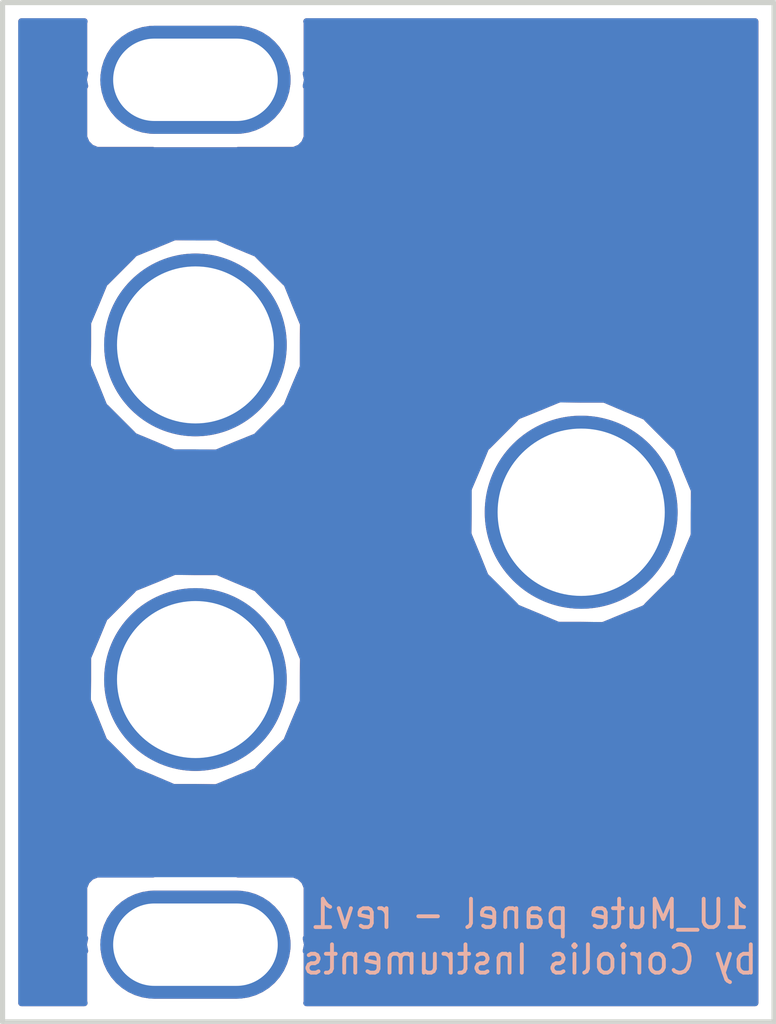
<source format=kicad_pcb>
(kicad_pcb (version 20171130) (host pcbnew "(5.0.0)")

  (general
    (thickness 1.6)
    (drawings 5)
    (tracks 0)
    (zones 0)
    (modules 6)
    (nets 1)
  )

  (page A4)
  (layers
    (0 F.Cu signal)
    (31 B.Cu signal)
    (32 B.Adhes user)
    (33 F.Adhes user)
    (34 B.Paste user)
    (35 F.Paste user)
    (36 B.SilkS user)
    (37 F.SilkS user)
    (38 B.Mask user)
    (39 F.Mask user)
    (40 Dwgs.User user)
    (41 Cmts.User user)
    (42 Eco1.User user)
    (43 Eco2.User user)
    (44 Edge.Cuts user)
    (45 Margin user)
    (46 B.CrtYd user)
    (47 F.CrtYd user)
    (48 B.Fab user)
    (49 F.Fab user)
  )

  (setup
    (last_trace_width 0.25)
    (trace_clearance 0.2)
    (zone_clearance 0.508)
    (zone_45_only no)
    (trace_min 0.2)
    (segment_width 0.2)
    (edge_width 0.15)
    (via_size 0.8)
    (via_drill 0.4)
    (via_min_size 0.4)
    (via_min_drill 0.3)
    (uvia_size 0.3)
    (uvia_drill 0.1)
    (uvias_allowed no)
    (uvia_min_size 0.2)
    (uvia_min_drill 0.1)
    (pcb_text_width 0.3)
    (pcb_text_size 1.5 1.5)
    (mod_edge_width 0.15)
    (mod_text_size 1 1)
    (mod_text_width 0.15)
    (pad_size 1.524 1.524)
    (pad_drill 0.762)
    (pad_to_mask_clearance 0.2)
    (aux_axis_origin 0 0)
    (visible_elements 7FFFFFFF)
    (pcbplotparams
      (layerselection 0x010fc_ffffffff)
      (usegerberextensions false)
      (usegerberattributes false)
      (usegerberadvancedattributes false)
      (creategerberjobfile false)
      (excludeedgelayer true)
      (linewidth 0.100000)
      (plotframeref false)
      (viasonmask false)
      (mode 1)
      (useauxorigin false)
      (hpglpennumber 1)
      (hpglpenspeed 20)
      (hpglpendiameter 15.000000)
      (psnegative false)
      (psa4output false)
      (plotreference true)
      (plotvalue true)
      (plotinvisibletext false)
      (padsonsilk false)
      (subtractmaskfromsilk false)
      (outputformat 1)
      (mirror false)
      (drillshape 0)
      (scaleselection 1)
      (outputdirectory "gerbers/"))
  )

  (net 0 "")

  (net_class Default "Dit is de standaard class."
    (clearance 0.2)
    (trace_width 0.25)
    (via_dia 0.8)
    (via_drill 0.4)
    (uvia_dia 0.3)
    (uvia_drill 0.1)
  )

  (module Coriolis-KiCad:art_panel_1umute (layer F.Cu) (tedit 5B86F838) (tstamp 5B8B258E)
    (at 15 19.8)
    (fp_text reference G*** (at 0 0) (layer F.SilkS) hide
      (effects (font (size 1.524 1.524) (thickness 0.3)))
    )
    (fp_text value LOGO (at 0.75 0) (layer F.SilkS) hide
      (effects (font (size 1.524 1.524) (thickness 0.3)))
    )
    (fp_poly (pts (xy 14.996584 19.801417) (xy 14.753167 19.801417) (xy 14.753167 19.558) (xy 14.996584 19.558)
      (xy 14.996584 19.801417)) (layer Dwgs.User) (width 0.01))
    (fp_poly (pts (xy 10.353054 6.105669) (xy 10.392385 6.131789) (xy 10.420264 6.170027) (xy 10.432973 6.216053)
      (xy 10.432166 6.242995) (xy 10.42619 6.256707) (xy 10.40959 6.288614) (xy 10.382412 6.338633)
      (xy 10.344705 6.40668) (xy 10.296516 6.492671) (xy 10.237893 6.596523) (xy 10.168884 6.718152)
      (xy 10.089537 6.857474) (xy 9.999898 7.014406) (xy 9.900017 7.188864) (xy 9.789941 7.380764)
      (xy 9.669717 7.590023) (xy 9.539394 7.816557) (xy 9.399019 8.060282) (xy 9.248639 8.321115)
      (xy 9.088304 8.598971) (xy 9.011929 8.73125) (xy 8.890019 8.942349) (xy 8.770751 9.148856)
      (xy 8.654568 9.350008) (xy 8.54191 9.545039) (xy 8.43322 9.733185) (xy 8.328939 9.913681)
      (xy 8.229511 10.085763) (xy 8.135377 10.248665) (xy 8.046978 10.401623) (xy 7.964758 10.543872)
      (xy 7.889157 10.674647) (xy 7.820619 10.793185) (xy 7.759584 10.898719) (xy 7.706496 10.990485)
      (xy 7.661795 11.067719) (xy 7.625925 11.129655) (xy 7.599327 11.17553) (xy 7.582443 11.204578)
      (xy 7.57577 11.215944) (xy 7.540651 11.25478) (xy 7.496132 11.276663) (xy 7.446853 11.28048)
      (xy 7.397453 11.265117) (xy 7.389549 11.260622) (xy 7.363599 11.239373) (xy 7.345812 11.215246)
      (xy 7.34457 11.212348) (xy 7.342935 11.197398) (xy 7.341426 11.161856) (xy 7.340047 11.106296)
      (xy 7.338804 11.031293) (xy 7.337701 10.93742) (xy 7.336742 10.825251) (xy 7.335932 10.695362)
      (xy 7.335275 10.548326) (xy 7.334776 10.384716) (xy 7.33444 10.205109) (xy 7.334271 10.010077)
      (xy 7.33425 9.909545) (xy 7.33425 8.633883) (xy 7.370234 8.5979) (xy 7.39509 8.575881)
      (xy 7.418268 8.565237) (xy 7.449744 8.562022) (xy 7.46125 8.561917) (xy 7.496781 8.563772)
      (xy 7.521257 8.571967) (xy 7.544651 8.590446) (xy 7.552267 8.5979) (xy 7.58825 8.633883)
      (xy 7.58825 9.642626) (xy 7.588288 9.8142) (xy 7.588412 9.965744) (xy 7.58864 10.098395)
      (xy 7.588986 10.213291) (xy 7.589469 10.311567) (xy 7.590103 10.394362) (xy 7.590906 10.462811)
      (xy 7.591893 10.518052) (xy 7.593082 10.561221) (xy 7.594487 10.593456) (xy 7.596127 10.615893)
      (xy 7.598017 10.62967) (xy 7.600173 10.635923) (xy 7.602537 10.635872) (xy 7.609183 10.625295)
      (xy 7.625756 10.597463) (xy 7.651682 10.55337) (xy 7.686386 10.494012) (xy 7.729295 10.420382)
      (xy 7.779834 10.333478) (xy 7.83743 10.234292) (xy 7.901508 10.12382) (xy 7.971493 10.003057)
      (xy 8.046813 9.872999) (xy 8.126893 9.734638) (xy 8.211158 9.588972) (xy 8.299036 9.436994)
      (xy 8.38995 9.2797) (xy 8.483328 9.118084) (xy 8.578596 8.953141) (xy 8.675179 8.785866)
      (xy 8.772502 8.617255) (xy 8.869993 8.448301) (xy 8.967077 8.280001) (xy 9.063179 8.113348)
      (xy 9.157726 7.949338) (xy 9.250144 7.788965) (xy 9.339858 7.633225) (xy 9.426295 7.483113)
      (xy 9.508879 7.339623) (xy 9.587038 7.20375) (xy 9.660197 7.076489) (xy 9.727782 6.958835)
      (xy 9.789219 6.851783) (xy 9.843933 6.756328) (xy 9.891351 6.673464) (xy 9.930898 6.604188)
      (xy 9.962001 6.549493) (xy 9.984085 6.510374) (xy 9.996576 6.487827) (xy 9.999302 6.482387)
      (xy 9.988795 6.484853) (xy 9.961522 6.49354) (xy 9.920593 6.507393) (xy 9.86912 6.525359)
      (xy 9.810212 6.546382) (xy 9.805459 6.548096) (xy 9.564586 6.63426) (xy 9.341733 6.712225)
      (xy 9.135549 6.782331) (xy 8.944684 6.844913) (xy 8.767787 6.900308) (xy 8.603509 6.948854)
      (xy 8.450498 6.990888) (xy 8.307405 7.026747) (xy 8.172879 7.056767) (xy 8.04557 7.081286)
      (xy 7.924127 7.10064) (xy 7.807201 7.115168) (xy 7.69344 7.125205) (xy 7.581495 7.131089)
      (xy 7.470016 7.133156) (xy 7.46125 7.133167) (xy 7.355957 7.131674) (xy 7.251049 7.126976)
      (xy 7.145223 7.118743) (xy 7.037178 7.106644) (xy 6.925611 7.090349) (xy 6.809221 7.069528)
      (xy 6.686706 7.04385) (xy 6.556763 7.012986) (xy 6.418092 6.976605) (xy 6.269389 6.934377)
      (xy 6.109353 6.885972) (xy 5.936682 6.831059) (xy 5.750073 6.769308) (xy 5.548226 6.70039)
      (xy 5.329838 6.623973) (xy 5.093607 6.539728) (xy 5.027084 6.515772) (xy 4.911498 6.474068)
      (xy 4.814193 6.438801) (xy 4.733561 6.409166) (xy 4.667994 6.384357) (xy 4.615882 6.36357)
      (xy 4.575617 6.346) (xy 4.545592 6.330841) (xy 4.524197 6.317289) (xy 4.509825 6.304538)
      (xy 4.500867 6.291783) (xy 4.495715 6.27822) (xy 4.49276 6.263043) (xy 4.490639 6.247255)
      (xy 4.493126 6.196603) (xy 4.512497 6.152404) (xy 4.545467 6.118605) (xy 4.588751 6.099154)
      (xy 4.616511 6.096) (xy 4.634188 6.099542) (xy 4.668078 6.109395) (xy 4.71459 6.1244)
      (xy 4.770131 6.143397) (xy 4.831109 6.165227) (xy 4.83187 6.165506) (xy 5.070171 6.252221)
      (xy 5.293823 6.332593) (xy 5.502118 6.406379) (xy 5.694351 6.473335) (xy 5.869816 6.533218)
      (xy 6.027806 6.585784) (xy 6.167617 6.630789) (xy 6.2865 6.66738) (xy 6.517033 6.7324)
      (xy 6.732343 6.784906) (xy 6.934094 6.825145) (xy 7.123949 6.853367) (xy 7.303571 6.86982)
      (xy 7.474623 6.874754) (xy 7.633229 6.868819) (xy 7.727609 6.860896) (xy 7.822648 6.850367)
      (xy 7.919544 6.836892) (xy 8.019494 6.820125) (xy 8.123698 6.799726) (xy 8.233352 6.775349)
      (xy 8.349655 6.746654) (xy 8.473805 6.713296) (xy 8.607001 6.674934) (xy 8.750439 6.631224)
      (xy 8.905318 6.581822) (xy 9.072837 6.526388) (xy 9.254192 6.464576) (xy 9.450583 6.396046)
      (xy 9.663207 6.320453) (xy 9.893262 6.237455) (xy 10.090631 6.165506) (xy 10.151653 6.143648)
      (xy 10.207282 6.124609) (xy 10.253925 6.109549) (xy 10.28799 6.099626) (xy 10.305886 6.096001)
      (xy 10.30599 6.096) (xy 10.353054 6.105669)) (layer F.Mask) (width 0.01))
    (fp_poly (pts (xy -2.04681 -3.091718) (xy -2.029697 -3.08021) (xy -2.024338 -3.073082) (xy -2.01596 -3.057385)
      (xy -2.004247 -3.032321) (xy -1.988884 -2.997093) (xy -1.969558 -2.950904) (xy -1.945952 -2.892954)
      (xy -1.917753 -2.822447) (xy -1.884645 -2.738585) (xy -1.846313 -2.640569) (xy -1.802444 -2.527603)
      (xy -1.752721 -2.398888) (xy -1.696831 -2.253627) (xy -1.634458 -2.091022) (xy -1.565288 -1.910274)
      (xy -1.489006 -1.710587) (xy -1.481691 -1.691425) (xy -1.419403 -1.528324) (xy -1.35909 -1.370576)
      (xy -1.301193 -1.219322) (xy -1.24615 -1.075702) (xy -1.1944 -0.940857) (xy -1.146384 -0.815925)
      (xy -1.10254 -0.702048) (xy -1.063307 -0.600365) (xy -1.029125 -0.512017) (xy -1.000434 -0.438144)
      (xy -0.977671 -0.379886) (xy -0.961277 -0.338384) (xy -0.95169 -0.314776) (xy -0.949314 -0.309562)
      (xy -0.941829 -0.306028) (xy -0.924156 -0.303131) (xy -0.894705 -0.300821) (xy -0.851882 -0.299049)
      (xy -0.794097 -0.297764) (xy -0.719757 -0.296917) (xy -0.627272 -0.296457) (xy -0.527644 -0.296333)
      (xy -0.115963 -0.296333) (xy -0.105808 -0.320146) (xy -0.10062 -0.336341) (xy -0.091038 -0.370194)
      (xy -0.077829 -0.418833) (xy -0.061762 -0.479389) (xy -0.043604 -0.548992) (xy -0.024125 -0.624771)
      (xy -0.021548 -0.634881) (xy -0.000906 -0.714143) (xy 0.018807 -0.786504) (xy 0.036785 -0.849234)
      (xy 0.052221 -0.8996) (xy 0.064307 -0.934874) (xy 0.072236 -0.952324) (xy 0.072278 -0.952381)
      (xy 0.108243 -0.985285) (xy 0.152234 -1.002671) (xy 0.199161 -1.004874) (xy 0.243933 -0.992228)
      (xy 0.281461 -0.965068) (xy 0.300811 -0.937368) (xy 0.305996 -0.921707) (xy 0.315567 -0.887226)
      (xy 0.329078 -0.835715) (xy 0.346082 -0.768961) (xy 0.366135 -0.688753) (xy 0.388791 -0.596881)
      (xy 0.413604 -0.495132) (xy 0.440129 -0.385295) (xy 0.46792 -0.269159) (xy 0.481587 -0.211666)
      (xy 0.516283 -0.0656) (xy 0.546475 0.06101) (xy 0.572459 0.169326) (xy 0.594532 0.260506)
      (xy 0.61299 0.335712) (xy 0.62813 0.396101) (xy 0.640248 0.442836) (xy 0.64964 0.477074)
      (xy 0.656603 0.499978) (xy 0.661432 0.512706) (xy 0.664426 0.516418) (xy 0.665879 0.512274)
      (xy 0.666034 0.510196) (xy 0.668107 0.495005) (xy 0.673588 0.460903) (xy 0.682179 0.40956)
      (xy 0.693586 0.342643) (xy 0.707512 0.261821) (xy 0.723661 0.168762) (xy 0.741737 0.065135)
      (xy 0.761444 -0.047392) (xy 0.782487 -0.16715) (xy 0.804568 -0.292472) (xy 0.827393 -0.421688)
      (xy 0.850665 -0.553131) (xy 0.874087 -0.685131) (xy 0.897365 -0.816021) (xy 0.920203 -0.944132)
      (xy 0.942303 -1.067796) (xy 0.963371 -1.185344) (xy 0.983109 -1.295108) (xy 1.001223 -1.395419)
      (xy 1.017416 -1.484609) (xy 1.031392 -1.56101) (xy 1.042856 -1.622953) (xy 1.05151 -1.66877)
      (xy 1.05706 -1.696793) (xy 1.059098 -1.705345) (xy 1.088119 -1.738874) (xy 1.129241 -1.760401)
      (xy 1.176486 -1.768935) (xy 1.223875 -1.763482) (xy 1.265432 -1.74305) (xy 1.268988 -1.740186)
      (xy 1.293553 -1.711593) (xy 1.310671 -1.67783) (xy 1.3118 -1.67404) (xy 1.31551 -1.6583)
      (xy 1.323393 -1.62336) (xy 1.335122 -1.5707) (xy 1.350371 -1.501804) (xy 1.368815 -1.418152)
      (xy 1.390129 -1.321228) (xy 1.413985 -1.212514) (xy 1.440059 -1.093491) (xy 1.468025 -0.965642)
      (xy 1.497557 -0.830449) (xy 1.528328 -0.689393) (xy 1.540117 -0.635306) (xy 1.571102 -0.4933)
      (xy 1.600875 -0.357208) (xy 1.629122 -0.228448) (xy 1.655528 -0.108437) (xy 1.679779 0.001405)
      (xy 1.70156 0.099662) (xy 1.720556 0.184915) (xy 1.736453 0.255747) (xy 1.748936 0.310739)
      (xy 1.75769 0.348473) (xy 1.762402 0.367532) (xy 1.763097 0.369625) (xy 1.771586 0.36375)
      (xy 1.793182 0.344676) (xy 1.826024 0.314163) (xy 1.868249 0.273975) (xy 1.917993 0.225876)
      (xy 1.973394 0.171627) (xy 1.998 0.147334) (xy 2.060737 0.085367) (xy 2.123442 0.023643)
      (xy 2.183197 -0.03498) (xy 2.237086 -0.087647) (xy 2.282191 -0.131502) (xy 2.315596 -0.163688)
      (xy 2.319103 -0.167034) (xy 2.410414 -0.254) (xy 4.957524 -0.254) (xy 5.234691 -0.254016)
      (xy 5.491473 -0.254052) (xy 5.728655 -0.254088) (xy 5.94702 -0.254102) (xy 6.147349 -0.254076)
      (xy 6.330427 -0.253989) (xy 6.497036 -0.253822) (xy 6.647958 -0.253553) (xy 6.783978 -0.253163)
      (xy 6.905878 -0.252633) (xy 7.014441 -0.251941) (xy 7.110449 -0.251068) (xy 7.194687 -0.249993)
      (xy 7.267936 -0.248697) (xy 7.33098 -0.24716) (xy 7.384602 -0.245361) (xy 7.429584 -0.24328)
      (xy 7.46671 -0.240898) (xy 7.496763 -0.238194) (xy 7.520525 -0.235148) (xy 7.53878 -0.23174)
      (xy 7.55231 -0.227951) (xy 7.561899 -0.223759) (xy 7.568328 -0.219145) (xy 7.572383 -0.214088)
      (xy 7.574844 -0.20857) (xy 7.576496 -0.202569) (xy 7.578121 -0.196066) (xy 7.580502 -0.18904)
      (xy 7.581531 -0.186721) (xy 7.597171 -0.132176) (xy 7.592674 -0.079158) (xy 7.577396 -0.044342)
      (xy 7.573655 -0.037264) (xy 7.570864 -0.030713) (xy 7.568227 -0.024667) (xy 7.564947 -0.019108)
      (xy 7.560231 -0.014014) (xy 7.553282 -0.009366) (xy 7.543306 -0.005143) (xy 7.529507 -0.001324)
      (xy 7.511089 0.002109) (xy 7.487257 0.005178) (xy 7.457216 0.007903) (xy 7.42017 0.010304)
      (xy 7.375325 0.012401) (xy 7.321884 0.014215) (xy 7.259053 0.015765) (xy 7.186036 0.017073)
      (xy 7.102037 0.018157) (xy 7.006262 0.01904) (xy 6.897915 0.01974) (xy 6.7762 0.020277)
      (xy 6.640323 0.020674) (xy 6.489487 0.020948) (xy 6.322898 0.021121) (xy 6.13976 0.021214)
      (xy 5.939278 0.021245) (xy 5.720657 0.021236) (xy 5.4831 0.021206) (xy 5.225813 0.021177)
      (xy 5.003552 0.021167) (xy 2.524007 0.021167) (xy 2.169524 0.376784) (xy 2.096692 0.449626)
      (xy 2.027155 0.518744) (xy 1.96259 0.582503) (xy 1.904675 0.639263) (xy 1.855088 0.687389)
      (xy 1.815507 0.725241) (xy 1.787608 0.751183) (xy 1.773766 0.763076) (xy 1.728667 0.786096)
      (xy 1.679852 0.79397) (xy 1.632537 0.78745) (xy 1.591943 0.767284) (xy 1.563287 0.734223)
      (xy 1.5625 0.732717) (xy 1.557936 0.717945) (xy 1.549296 0.684137) (xy 1.536958 0.632948)
      (xy 1.5213 0.566035) (xy 1.502699 0.485054) (xy 1.481532 0.39166) (xy 1.458177 0.287512)
      (xy 1.43301 0.174263) (xy 1.40641 0.053572) (xy 1.378753 -0.072907) (xy 1.374467 -0.092596)
      (xy 1.346915 -0.21893) (xy 1.320579 -0.339087) (xy 1.295813 -0.45149) (xy 1.272971 -0.554561)
      (xy 1.252407 -0.64672) (xy 1.234475 -0.72639) (xy 1.219528 -0.791991) (xy 1.207921 -0.841946)
      (xy 1.200008 -0.874676) (xy 1.196142 -0.888602) (xy 1.19589 -0.888992) (xy 1.193373 -0.878795)
      (xy 1.187474 -0.84912) (xy 1.178442 -0.80134) (xy 1.166522 -0.736829) (xy 1.151963 -0.656961)
      (xy 1.135012 -0.563111) (xy 1.115917 -0.456653) (xy 1.094924 -0.338962) (xy 1.072282 -0.21141)
      (xy 1.048238 -0.075373) (xy 1.02304 0.067776) (xy 1.002146 0.18689) (xy 0.976022 0.3355)
      (xy 0.950676 0.478604) (xy 0.926371 0.614775) (xy 0.90337 0.742587) (xy 0.881936 0.860616)
      (xy 0.862332 0.967434) (xy 0.84482 1.061616) (xy 0.829665 1.141736) (xy 0.817127 1.206367)
      (xy 0.807471 1.254085) (xy 0.80096 1.283463) (xy 0.798265 1.292669) (xy 0.7706 1.325143)
      (xy 0.73125 1.345236) (xy 0.685713 1.35293) (xy 0.639485 1.348207) (xy 0.598065 1.331049)
      (xy 0.566949 1.301437) (xy 0.562145 1.293461) (xy 0.557991 1.280115) (xy 0.549364 1.247841)
      (xy 0.536675 1.198303) (xy 0.520335 1.13317) (xy 0.500753 1.054108) (xy 0.478342 0.962783)
      (xy 0.453512 0.860862) (xy 0.426674 0.750012) (xy 0.398239 0.631898) (xy 0.370882 0.517666)
      (xy 0.341356 0.394291) (xy 0.313092 0.27661) (xy 0.286497 0.166293) (xy 0.261979 0.06501)
      (xy 0.239945 -0.025571) (xy 0.220801 -0.10378) (xy 0.204955 -0.167947) (xy 0.192815 -0.216402)
      (xy 0.184787 -0.247476) (xy 0.181378 -0.259291) (xy 0.175905 -0.265768) (xy 0.169718 -0.25783)
      (xy 0.161771 -0.233216) (xy 0.152926 -0.197813) (xy 0.141047 -0.153791) (xy 0.127698 -0.113879)
      (xy 0.115524 -0.085869) (xy 0.114103 -0.083406) (xy 0.104606 -0.068759) (xy 0.09424 -0.05661)
      (xy 0.081052 -0.046725) (xy 0.063088 -0.038872) (xy 0.038393 -0.032816) (xy 0.005014 -0.028325)
      (xy -0.039003 -0.025166) (xy -0.095613 -0.023104) (xy -0.166768 -0.021908) (xy -0.254424 -0.021342)
      (xy -0.360534 -0.021174) (xy -0.407118 -0.021166) (xy -0.500079 -0.020961) (xy -0.586111 -0.020373)
      (xy -0.662987 -0.019449) (xy -0.728484 -0.018232) (xy -0.780375 -0.016768) (xy -0.816434 -0.015102)
      (xy -0.834437 -0.013278) (xy -0.836083 -0.01252) (xy -0.832373 -0.001764) (xy -0.821535 0.027603)
      (xy -0.80401 0.074423) (xy -0.780235 0.13754) (xy -0.750652 0.215796) (xy -0.715699 0.308033)
      (xy -0.675815 0.413095) (xy -0.631441 0.529825) (xy -0.583015 0.657064) (xy -0.530977 0.793657)
      (xy -0.475767 0.938445) (xy -0.417823 1.090272) (xy -0.357586 1.24798) (xy -0.333375 1.311332)
      (xy 0.169334 2.626538) (xy 0.169334 4.515068) (xy 0.16935 4.753379) (xy 0.169381 4.971437)
      (xy 0.169394 5.170156) (xy 0.169361 5.350447) (xy 0.169251 5.513226) (xy 0.169034 5.659404)
      (xy 0.168679 5.789896) (xy 0.168157 5.905614) (xy 0.167437 6.007473) (xy 0.166489 6.096385)
      (xy 0.165284 6.173264) (xy 0.16379 6.239023) (xy 0.161977 6.294575) (xy 0.159816 6.340834)
      (xy 0.157277 6.378713) (xy 0.154328 6.409125) (xy 0.15094 6.432985) (xy 0.147083 6.451204)
      (xy 0.142727 6.464697) (xy 0.137841 6.474376) (xy 0.132395 6.481156) (xy 0.126359 6.485949)
      (xy 0.119703 6.489669) (xy 0.112396 6.493229) (xy 0.10441 6.497542) (xy 0.103825 6.497896)
      (xy 0.1006 6.499784) (xy 0.096882 6.501558) (xy 0.092021 6.50322) (xy 0.085368 6.504775)
      (xy 0.076274 6.506226) (xy 0.064089 6.507576) (xy 0.048165 6.50883) (xy 0.027852 6.50999)
      (xy 0.002502 6.51106) (xy -0.028535 6.512043) (xy -0.065907 6.512945) (xy -0.110265 6.513766)
      (xy -0.162256 6.514513) (xy -0.222531 6.515187) (xy -0.291737 6.515793) (xy -0.370525 6.516334)
      (xy -0.459544 6.516813) (xy -0.559441 6.517235) (xy -0.670868 6.517603) (xy -0.794472 6.51792)
      (xy -0.930903 6.518189) (xy -1.08081 6.518416) (xy -1.244841 6.518602) (xy -1.423647 6.518752)
      (xy -1.617876 6.518869) (xy -1.828177 6.518957) (xy -2.0552 6.519019) (xy -2.299593 6.519059)
      (xy -2.562006 6.51908) (xy -2.843087 6.519086) (xy -3.143486 6.519081) (xy -3.463852 6.519068)
      (xy -3.751791 6.519053) (xy -4.092801 6.519028) (xy -4.413274 6.518988) (xy -4.713841 6.518931)
      (xy -4.99513 6.518854) (xy -5.257773 6.518754) (xy -5.502399 6.518629) (xy -5.729638 6.518476)
      (xy -5.94012 6.518293) (xy -6.134476 6.518076) (xy -6.313334 6.517823) (xy -6.477325 6.517532)
      (xy -6.627079 6.5172) (xy -6.763226 6.516824) (xy -6.886396 6.516402) (xy -6.997218 6.515931)
      (xy -7.096324 6.515407) (xy -7.184342 6.51483) (xy -7.261903 6.514196) (xy -7.329636 6.513502)
      (xy -7.388172 6.512746) (xy -7.438141 6.511925) (xy -7.480172 6.511036) (xy -7.514896 6.510078)
      (xy -7.542942 6.509046) (xy -7.564941 6.50794) (xy -7.581522 6.506755) (xy -7.593315 6.505489)
      (xy -7.600951 6.50414) (xy -7.604668 6.502914) (xy -7.633484 6.482043) (xy -7.654939 6.456543)
      (xy -7.670157 6.414051) (xy -7.671912 6.366604) (xy -7.661461 6.320647) (xy -7.640057 6.282623)
      (xy -7.617244 6.263001) (xy -7.611577 6.261747) (xy -7.598699 6.260558) (xy -7.57804 6.259429)
      (xy -7.549026 6.25836) (xy -7.511088 6.257346) (xy -7.463652 6.256385) (xy -7.406148 6.255474)
      (xy -7.338003 6.254611) (xy -7.258647 6.253791) (xy -7.167507 6.253013) (xy -7.064012 6.252274)
      (xy -6.94759 6.25157) (xy -6.817669 6.2509) (xy -6.673678 6.250259) (xy -6.515045 6.249645)
      (xy -6.341199 6.249056) (xy -6.151567 6.248488) (xy -5.945579 6.247939) (xy -5.722662 6.247406)
      (xy -5.482244 6.246885) (xy -5.223755 6.246374) (xy -4.946623 6.245871) (xy -4.650275 6.245372)
      (xy -4.334141 6.244874) (xy -3.997648 6.244374) (xy -3.852333 6.244167) (xy -0.111125 6.238875)
      (xy -0.105771 2.688321) (xy -1.180011 -0.122539) (xy -1.292159 -0.416058) (xy -1.396911 -0.690367)
      (xy -1.494469 -0.94601) (xy -1.58504 -1.183532) (xy -1.668827 -1.403478) (xy -1.746036 -1.606391)
      (xy -1.816871 -1.792816) (xy -1.881537 -1.963298) (xy -1.940238 -2.11838) (xy -1.99318 -2.258608)
      (xy -2.040567 -2.384525) (xy -2.082603 -2.496676) (xy -2.119494 -2.595606) (xy -2.151444 -2.681859)
      (xy -2.178658 -2.755978) (xy -2.20134 -2.81851) (xy -2.219696 -2.869997) (xy -2.23393 -2.910985)
      (xy -2.244246 -2.942018) (xy -2.25085 -2.96364) (xy -2.253946 -2.976396) (xy -2.25425 -2.979304)
      (xy -2.244949 -3.026371) (xy -2.219877 -3.064649) (xy -2.183281 -3.092231) (xy -2.139407 -3.107209)
      (xy -2.092501 -3.107674) (xy -2.04681 -3.091718)) (layer F.Mask) (width 0.01))
    (fp_poly (pts (xy -5.203988 -6.761773) (xy -4.970735 -6.761652) (xy -4.73285 -6.761472) (xy -4.491248 -6.761236)
      (xy -4.246844 -6.760945) (xy -4.000552 -6.760601) (xy -3.753287 -6.760205) (xy -3.505964 -6.759758)
      (xy -3.259497 -6.759263) (xy -3.014802 -6.758721) (xy -2.772793 -6.758133) (xy -2.534385 -6.757501)
      (xy -2.300492 -6.756827) (xy -2.072029 -6.756112) (xy -1.849912 -6.755358) (xy -1.635054 -6.754567)
      (xy -1.42837 -6.753739) (xy -1.230776 -6.752877) (xy -1.043185 -6.751982) (xy -0.866513 -6.751055)
      (xy -0.701675 -6.750099) (xy -0.549584 -6.749115) (xy -0.411156 -6.748104) (xy -0.287306 -6.747068)
      (xy -0.178948 -6.746008) (xy -0.086997 -6.744927) (xy -0.012368 -6.743826) (xy 0.044025 -6.742705)
      (xy 0.081266 -6.741568) (xy 0.098442 -6.740415) (xy 0.099397 -6.740179) (xy 0.125741 -6.721936)
      (xy 0.145373 -6.700265) (xy 0.147718 -6.695998) (xy 0.149864 -6.689787) (xy 0.15182 -6.680698)
      (xy 0.153597 -6.667796) (xy 0.155205 -6.650149) (xy 0.156657 -6.626824) (xy 0.157962 -6.596886)
      (xy 0.159132 -6.559402) (xy 0.160177 -6.513438) (xy 0.161109 -6.458062) (xy 0.161937 -6.39234)
      (xy 0.162673 -6.315337) (xy 0.163327 -6.226121) (xy 0.163911 -6.123758) (xy 0.164435 -6.007315)
      (xy 0.164911 -5.875858) (xy 0.165348 -5.728454) (xy 0.165758 -5.564169) (xy 0.166151 -5.382069)
      (xy 0.166539 -5.181221) (xy 0.166932 -4.960693) (xy 0.167171 -4.820708) (xy 0.167561 -4.558938)
      (xy 0.167811 -4.318002) (xy 0.167919 -4.097568) (xy 0.167883 -3.897303) (xy 0.167702 -3.716877)
      (xy 0.167375 -3.555955) (xy 0.166901 -3.414207) (xy 0.166277 -3.291301) (xy 0.165502 -3.186903)
      (xy 0.164576 -3.100683) (xy 0.163496 -3.032307) (xy 0.162261 -2.981444) (xy 0.16087 -2.947761)
      (xy 0.159321 -2.930927) (xy 0.159042 -2.929717) (xy 0.135717 -2.883551) (xy 0.098289 -2.852061)
      (xy 0.04979 -2.837493) (xy 0.033584 -2.836757) (xy -0.003493 -2.840451) (xy -0.036631 -2.849187)
      (xy -0.044846 -2.8529) (xy -0.052572 -2.856611) (xy -0.05962 -2.859607) (xy -0.066019 -2.862833)
      (xy -0.071802 -2.86723) (xy -0.076999 -2.873742) (xy -0.081641 -2.883312) (xy -0.08576 -2.896883)
      (xy -0.089387 -2.915398) (xy -0.092553 -2.939799) (xy -0.095288 -2.971031) (xy -0.097624 -3.010035)
      (xy -0.099593 -3.057754) (xy -0.101224 -3.115133) (xy -0.10255 -3.183113) (xy -0.103601 -3.262638)
      (xy -0.104408 -3.35465) (xy -0.105004 -3.460094) (xy -0.105417 -3.579911) (xy -0.105681 -3.715044)
      (xy -0.105825 -3.866437) (xy -0.105882 -4.035033) (xy -0.105881 -4.221774) (xy -0.105855 -4.427604)
      (xy -0.105834 -4.653466) (xy -0.105833 -4.702013) (xy -0.105833 -6.473494) (xy -1.774465 -6.480539)
      (xy -1.971162 -6.481316) (xy -2.186579 -6.482069) (xy -2.418268 -6.482793) (xy -2.663784 -6.483484)
      (xy -2.920679 -6.484138) (xy -3.186505 -6.484749) (xy -3.458817 -6.485313) (xy -3.735166 -6.485825)
      (xy -4.013107 -6.486281) (xy -4.290192 -6.486677) (xy -4.563974 -6.487007) (xy -4.832007 -6.487267)
      (xy -5.091843 -6.487452) (xy -5.341035 -6.487558) (xy -5.522023 -6.487583) (xy -7.60095 -6.487583)
      (xy -7.636933 -6.523567) (xy -7.658257 -6.547354) (xy -7.668984 -6.56929) (xy -7.672639 -6.598627)
      (xy -7.672916 -6.618004) (xy -7.664947 -6.673554) (xy -7.640855 -6.715448) (xy -7.600366 -6.744065)
      (xy -7.574248 -6.753412) (xy -7.55969 -6.75452) (xy -7.524949 -6.755544) (xy -7.470941 -6.756484)
      (xy -7.39858 -6.757342) (xy -7.308781 -6.75812) (xy -7.202459 -6.758819) (xy -7.080528 -6.759442)
      (xy -6.943903 -6.759988) (xy -6.793499 -6.760461) (xy -6.630231 -6.760862) (xy -6.455013 -6.761192)
      (xy -6.268761 -6.761452) (xy -6.072387 -6.761645) (xy -5.866809 -6.761772) (xy -5.65294 -6.761835)
      (xy -5.431694 -6.761835) (xy -5.203988 -6.761773)) (layer F.Mask) (width 0.01))
    (fp_poly (pts (xy 7.497816 -11.69258) (xy 7.522424 -11.683827) (xy 7.546569 -11.66421) (xy 7.552267 -11.6586)
      (xy 7.58825 -11.622616) (xy 7.58825 -10.346955) (xy 7.588164 -10.14461) (xy 7.587909 -9.957409)
      (xy 7.587488 -9.785926) (xy 7.586908 -9.630736) (xy 7.586172 -9.492413) (xy 7.585285 -9.371531)
      (xy 7.584252 -9.268664) (xy 7.583076 -9.184387) (xy 7.581763 -9.119273) (xy 7.580318 -9.073898)
      (xy 7.578743 -9.048834) (xy 7.577931 -9.044152) (xy 7.556983 -9.014794) (xy 7.522377 -8.99083)
      (xy 7.481601 -8.976717) (xy 7.46125 -8.974746) (xy 7.420197 -8.982268) (xy 7.381572 -9.001866)
      (xy 7.352863 -9.029085) (xy 7.34457 -9.044152) (xy 7.342752 -9.059591) (xy 7.341088 -9.095454)
      (xy 7.339587 -9.151003) (xy 7.338256 -9.225494) (xy 7.337102 -9.318188) (xy 7.336133 -9.428343)
      (xy 7.335357 -9.555219) (xy 7.33478 -9.698074) (xy 7.33441 -9.856168) (xy 7.334255 -10.02876)
      (xy 7.33425 -10.065439) (xy 7.334168 -10.208496) (xy 7.333928 -10.34538) (xy 7.333542 -10.474628)
      (xy 7.333023 -10.594781) (xy 7.332381 -10.704377) (xy 7.331629 -10.801956) (xy 7.330777 -10.886055)
      (xy 7.329839 -10.955214) (xy 7.328824 -11.007972) (xy 7.327746 -11.042868) (xy 7.326616 -11.05844)
      (xy 7.326313 -11.059143) (xy 7.320555 -11.050108) (xy 7.304801 -11.02373) (xy 7.279627 -10.981003)
      (xy 7.245608 -10.922921) (xy 7.203319 -10.85048) (xy 7.153334 -10.764674) (xy 7.096228 -10.666499)
      (xy 7.032578 -10.556948) (xy 6.962956 -10.437017) (xy 6.88794 -10.307699) (xy 6.808103 -10.169991)
      (xy 6.724021 -10.024887) (xy 6.636268 -9.873381) (xy 6.54542 -9.716468) (xy 6.452051 -9.555143)
      (xy 6.356737 -9.390401) (xy 6.260052 -9.223236) (xy 6.162573 -9.054643) (xy 6.064872 -8.885617)
      (xy 5.967526 -8.717153) (xy 5.87111 -8.550245) (xy 5.776199 -8.385888) (xy 5.683366 -8.225076)
      (xy 5.593189 -8.068805) (xy 5.506241 -7.91807) (xy 5.423097 -7.773864) (xy 5.344334 -7.637183)
      (xy 5.270524 -7.509022) (xy 5.202244 -7.390374) (xy 5.140069 -7.282236) (xy 5.084573 -7.185601)
      (xy 5.036332 -7.101464) (xy 4.99592 -7.030821) (xy 4.963913 -6.974665) (xy 4.940885 -6.933992)
      (xy 4.927412 -6.909796) (xy 4.923923 -6.903061) (xy 4.93234 -6.903453) (xy 4.957897 -6.910361)
      (xy 4.997897 -6.922918) (xy 5.049643 -6.940257) (xy 5.110437 -6.96151) (xy 5.150985 -6.976088)
      (xy 5.354187 -7.048974) (xy 5.551452 -7.117931) (xy 5.74088 -7.182343) (xy 5.92057 -7.241595)
      (xy 6.08862 -7.295074) (xy 6.243132 -7.342163) (xy 6.382202 -7.382249) (xy 6.503932 -7.414716)
      (xy 6.517208 -7.418052) (xy 6.676884 -7.456102) (xy 6.821622 -7.486526) (xy 6.95598 -7.509938)
      (xy 7.084516 -7.526954) (xy 7.211786 -7.538189) (xy 7.34235 -7.544258) (xy 7.463479 -7.545815)
      (xy 7.59238 -7.543547) (xy 7.720175 -7.536594) (xy 7.848846 -7.524533) (xy 7.980374 -7.506943)
      (xy 8.116742 -7.483402) (xy 8.259929 -7.453488) (xy 8.411919 -7.41678) (xy 8.574693 -7.372856)
      (xy 8.750232 -7.321294) (xy 8.940518 -7.261672) (xy 9.147533 -7.19357) (xy 9.196917 -7.176934)
      (xy 9.263412 -7.154226) (xy 9.341159 -7.127305) (xy 9.427941 -7.096967) (xy 9.52154 -7.064009)
      (xy 9.619738 -7.029229) (xy 9.720318 -6.993423) (xy 9.821061 -6.957389) (xy 9.919751 -6.921924)
      (xy 10.014169 -6.887824) (xy 10.102097 -6.855887) (xy 10.181319 -6.826911) (xy 10.249616 -6.801692)
      (xy 10.30477 -6.781027) (xy 10.344564 -6.765713) (xy 10.366781 -6.756549) (xy 10.36773 -6.756106)
      (xy 10.401187 -6.729476) (xy 10.423311 -6.690494) (xy 10.432855 -6.645418) (xy 10.428571 -6.600506)
      (xy 10.409211 -6.562014) (xy 10.40696 -6.559384) (xy 10.372765 -6.532744) (xy 10.330839 -6.516337)
      (xy 10.290336 -6.513532) (xy 10.284952 -6.514491) (xy 10.267455 -6.519742) (xy 10.232755 -6.531354)
      (xy 10.183519 -6.548391) (xy 10.122412 -6.569917) (xy 10.052101 -6.594996) (xy 9.975253 -6.622693)
      (xy 9.934153 -6.637615) (xy 9.693549 -6.724695) (xy 9.471271 -6.804027) (xy 9.266077 -6.875936)
      (xy 9.076728 -6.940747) (xy 8.90198 -6.998785) (xy 8.740595 -7.050376) (xy 8.59133 -7.095844)
      (xy 8.452944 -7.135515) (xy 8.324197 -7.169714) (xy 8.203848 -7.198766) (xy 8.090655 -7.222995)
      (xy 7.983377 -7.242728) (xy 7.880775 -7.258288) (xy 7.781605 -7.270002) (xy 7.684629 -7.278194)
      (xy 7.588603 -7.28319) (xy 7.492289 -7.285315) (xy 7.46125 -7.285441) (xy 7.365874 -7.284233)
      (xy 7.271395 -7.280393) (xy 7.176583 -7.273598) (xy 7.080205 -7.263523) (xy 6.981028 -7.249846)
      (xy 6.877821 -7.232243) (xy 6.769352 -7.210389) (xy 6.654387 -7.183962) (xy 6.531696 -7.152638)
      (xy 6.400046 -7.116092) (xy 6.258205 -7.074002) (xy 6.10494 -7.026044) (xy 5.939019 -6.971894)
      (xy 5.759211 -6.911228) (xy 5.564283 -6.843724) (xy 5.353003 -6.769056) (xy 5.124139 -6.686902)
      (xy 4.970683 -6.631269) (xy 4.890175 -6.602184) (xy 4.815524 -6.57559) (xy 4.749174 -6.552329)
      (xy 4.693572 -6.533244) (xy 4.651163 -6.519178) (xy 4.624392 -6.510971) (xy 4.616142 -6.509164)
      (xy 4.594219 -6.513605) (xy 4.566709 -6.523593) (xy 4.525367 -6.548921) (xy 4.501718 -6.582606)
      (xy 4.493093 -6.628839) (xy 4.492933 -6.639507) (xy 4.49319 -6.645447) (xy 4.494146 -6.65221)
      (xy 4.496172 -6.660454) (xy 4.499639 -6.670838) (xy 4.504921 -6.68402) (xy 4.512389 -6.700659)
      (xy 4.522414 -6.721412) (xy 4.535369 -6.746938) (xy 4.551626 -6.777896) (xy 4.571557 -6.814943)
      (xy 4.595533 -6.858738) (xy 4.623927 -6.909939) (xy 4.65711 -6.969205) (xy 4.695455 -7.037194)
      (xy 4.739334 -7.114564) (xy 4.789117 -7.201974) (xy 4.845179 -7.300082) (xy 4.907889 -7.409546)
      (xy 4.977621 -7.531024) (xy 5.054746 -7.665175) (xy 5.139636 -7.812658) (xy 5.232663 -7.974129)
      (xy 5.334199 -8.150249) (xy 5.444617 -8.341675) (xy 5.564287 -8.549065) (xy 5.693582 -8.773078)
      (xy 5.832874 -9.014373) (xy 5.91993 -9.165166) (xy 6.042375 -9.377167) (xy 6.162249 -9.584538)
      (xy 6.279109 -9.78652) (xy 6.392512 -9.982353) (xy 6.502014 -10.171276) (xy 6.607174 -10.352531)
      (xy 6.707548 -10.525358) (xy 6.802692 -10.688997) (xy 6.892165 -10.842688) (xy 6.975523 -10.985672)
      (xy 7.052324 -11.117189) (xy 7.122124 -11.236478) (xy 7.18448 -11.342781) (xy 7.23895 -11.435338)
      (xy 7.285091 -11.513389) (xy 7.322459 -11.576174) (xy 7.350613 -11.622933) (xy 7.369107 -11.652907)
      (xy 7.377501 -11.665336) (xy 7.377643 -11.665479) (xy 7.402072 -11.684148) (xy 7.428928 -11.692724)
      (xy 7.462475 -11.694583) (xy 7.497816 -11.69258)) (layer F.Mask) (width 0.01))
    (fp_poly (pts (xy 12.004803 -18.430246) (xy 12.04952 -18.414233) (xy 12.109636 -18.386784) (xy 12.114269 -18.384525)
      (xy 12.259466 -18.310197) (xy 12.401806 -18.230928) (xy 12.538941 -18.148328) (xy 12.668524 -18.064006)
      (xy 12.788206 -17.979572) (xy 12.89564 -17.896637) (xy 12.988478 -17.816811) (xy 13.064372 -17.741703)
      (xy 13.08443 -17.719238) (xy 13.154399 -17.626996) (xy 13.205391 -17.535353) (xy 13.237301 -17.445429)
      (xy 13.250025 -17.358341) (xy 13.243458 -17.27521) (xy 13.217495 -17.197153) (xy 13.172031 -17.12529)
      (xy 13.143057 -17.09313) (xy 13.078795 -17.03718) (xy 13.002954 -16.986884) (xy 12.914091 -16.941714)
      (xy 12.810761 -16.901142) (xy 12.691522 -16.864641) (xy 12.55493 -16.831683) (xy 12.399542 -16.801739)
      (xy 12.303125 -16.78599) (xy 12.123209 -16.758232) (xy 12.116381 -16.488595) (xy 12.111415 -16.298165)
      (xy 12.106572 -16.123926) (xy 12.101874 -15.966399) (xy 12.09734 -15.826102) (xy 12.09299 -15.703553)
      (xy 12.088845 -15.599273) (xy 12.084925 -15.513779) (xy 12.08125 -15.447592) (xy 12.077839 -15.401229)
      (xy 12.074714 -15.375211) (xy 12.073039 -15.369646) (xy 12.054479 -15.358865) (xy 12.039892 -15.356695)
      (xy 12.024632 -15.361366) (xy 11.993276 -15.374375) (xy 11.948587 -15.394454) (xy 11.89333 -15.420336)
      (xy 11.830268 -15.45075) (xy 11.768667 -15.481179) (xy 11.622185 -15.556392) (xy 11.493501 -15.627101)
      (xy 11.380153 -15.694931) (xy 11.27968 -15.761505) (xy 11.18962 -15.828449) (xy 11.107511 -15.897387)
      (xy 11.036557 -15.964285) (xy 10.961125 -16.045731) (xy 10.904359 -16.122205) (xy 10.865044 -16.195996)
      (xy 10.841964 -16.269393) (xy 10.836535 -16.320107) (xy 11.008276 -16.320107) (xy 11.02504 -16.257114)
      (xy 11.049009 -16.209918) (xy 11.099357 -16.138784) (xy 11.167225 -16.061602) (xy 11.250524 -15.980292)
      (xy 11.347166 -15.896774) (xy 11.455062 -15.812969) (xy 11.565298 -15.735363) (xy 11.607691 -15.707557)
      (xy 11.658155 -15.675487) (xy 11.713628 -15.640987) (xy 11.771046 -15.605892) (xy 11.827344 -15.572036)
      (xy 11.87946 -15.541256) (xy 11.92433 -15.515385) (xy 11.958889 -15.49626) (xy 11.980075 -15.485714)
      (xy 11.984585 -15.484239) (xy 11.987467 -15.494081) (xy 11.98917 -15.522491) (xy 11.98966 -15.566901)
      (xy 11.988902 -15.624745) (xy 11.987274 -15.681854) (xy 11.985385 -15.738854) (xy 11.983045 -15.813135)
      (xy 11.980371 -15.900818) (xy 11.977477 -15.998023) (xy 11.974479 -16.100873) (xy 11.971493 -16.205489)
      (xy 11.968754 -16.303625) (xy 11.966039 -16.396281) (xy 11.963206 -16.482285) (xy 11.960355 -16.559347)
      (xy 11.957583 -16.625177) (xy 11.954991 -16.677485) (xy 11.952677 -16.713982) (xy 11.950739 -16.732377)
      (xy 11.95019 -16.734094) (xy 11.937675 -16.735329) (xy 11.908475 -16.733557) (xy 11.866796 -16.729154)
      (xy 11.816849 -16.722496) (xy 11.811 -16.721638) (xy 11.642698 -16.693267) (xy 11.493306 -16.66085)
      (xy 11.363145 -16.624508) (xy 11.252537 -16.584361) (xy 11.161803 -16.54053) (xy 11.091264 -16.493133)
      (xy 11.041241 -16.442293) (xy 11.033031 -16.430673) (xy 11.010899 -16.378516) (xy 11.008276 -16.320107)
      (xy 10.836535 -16.320107) (xy 10.833903 -16.344687) (xy 10.83389 -16.345958) (xy 10.837549 -16.416956)
      (xy 10.851699 -16.476391) (xy 10.878861 -16.530151) (xy 10.921558 -16.584123) (xy 10.947443 -16.610973)
      (xy 11.009378 -16.66493) (xy 11.08145 -16.713165) (xy 11.165847 -16.756669) (xy 11.264757 -16.796429)
      (xy 11.380368 -16.833437) (xy 11.514868 -16.86868) (xy 11.519959 -16.869897) (xy 11.562406 -16.879304)
      (xy 11.616055 -16.890136) (xy 11.676647 -16.901649) (xy 11.739923 -16.913101) (xy 11.801624 -16.923747)
      (xy 11.857489 -16.932842) (xy 11.903261 -16.939643) (xy 11.934679 -16.943407) (xy 11.943713 -16.943916)
      (xy 11.944836 -16.954213) (xy 11.945075 -16.962636) (xy 12.12503 -16.962636) (xy 12.171744 -16.96982)
      (xy 12.203475 -16.974786) (xy 12.248322 -16.981914) (xy 12.298512 -16.989965) (xy 12.319 -16.993273)
      (xy 12.405038 -17.009181) (xy 12.497442 -17.029687) (xy 12.590258 -17.053227) (xy 12.67753 -17.078233)
      (xy 12.753305 -17.103139) (xy 12.790586 -17.117308) (xy 12.883693 -17.160201) (xy 12.955994 -17.204691)
      (xy 13.007821 -17.25123) (xy 13.039505 -17.300268) (xy 13.051376 -17.352256) (xy 13.043764 -17.407645)
      (xy 13.029654 -17.44338) (xy 12.989715 -17.509199) (xy 12.931079 -17.581139) (xy 12.854927 -17.658053)
      (xy 12.762442 -17.738797) (xy 12.654807 -17.822225) (xy 12.593053 -17.866419) (xy 12.545877 -17.898401)
      (xy 12.491447 -17.933809) (xy 12.432739 -17.970867) (xy 12.372728 -18.007796) (xy 12.314391 -18.04282)
      (xy 12.260702 -18.074161) (xy 12.214639 -18.100043) (xy 12.179176 -18.118688) (xy 12.15729 -18.128319)
      (xy 12.152957 -18.12925) (xy 12.148386 -18.125251) (xy 12.144883 -18.111817) (xy 12.142326 -18.086793)
      (xy 12.140595 -18.048024) (xy 12.139568 -17.993353) (xy 12.139125 -17.920625) (xy 12.139084 -17.882267)
      (xy 12.138831 -17.804632) (xy 12.138118 -17.711529) (xy 12.137015 -17.608649) (xy 12.135589 -17.501686)
      (xy 12.133908 -17.396331) (xy 12.132057 -17.298961) (xy 12.12503 -16.962636) (xy 11.945075 -16.962636)
      (xy 11.945682 -16.983961) (xy 11.946252 -17.031445) (xy 11.946549 -17.094952) (xy 11.946572 -17.172768)
      (xy 11.946325 -17.263178) (xy 11.945807 -17.364469) (xy 11.945019 -17.474927) (xy 11.943964 -17.592836)
      (xy 11.943197 -17.666934) (xy 11.941977 -17.78927) (xy 11.941026 -17.905762) (xy 11.940344 -18.014622)
      (xy 11.939935 -18.114064) (xy 11.939797 -18.202298) (xy 11.939934 -18.277538) (xy 11.940346 -18.337995)
      (xy 11.941035 -18.381881) (xy 11.942001 -18.407409) (xy 11.942676 -18.413059) (xy 11.953419 -18.42932)
      (xy 11.973449 -18.435162) (xy 12.004803 -18.430246)) (layer F.Mask) (width 0.01))
    (fp_poly (pts (xy 2.636816 -18.143654) (xy 2.679826 -18.126718) (xy 2.713821 -18.100528) (xy 2.743323 -18.066083)
      (xy 2.747773 -18.059027) (xy 2.773554 -18.015035) (xy 2.770291 -17.164622) (xy 2.767028 -16.314208)
      (xy 2.742721 -16.234833) (xy 2.688398 -16.09075) (xy 2.617655 -15.958489) (xy 2.531416 -15.83931)
      (xy 2.430605 -15.734473) (xy 2.316149 -15.64524) (xy 2.304924 -15.637831) (xy 2.228248 -15.590789)
      (xy 2.157317 -15.554294) (xy 2.083011 -15.524131) (xy 2.001717 -15.497721) (xy 1.96097 -15.486499)
      (xy 1.92268 -15.478507) (xy 1.881326 -15.473074) (xy 1.831387 -15.469531) (xy 1.767343 -15.467205)
      (xy 1.74625 -15.466683) (xy 1.658281 -15.465928) (xy 1.588189 -15.468278) (xy 1.53289 -15.473882)
      (xy 1.509531 -15.478011) (xy 1.367437 -15.51794) (xy 1.232303 -15.576496) (xy 1.106504 -15.652147)
      (xy 0.992418 -15.74336) (xy 0.89242 -15.848603) (xy 0.850569 -15.90303) (xy 0.807404 -15.97119)
      (xy 0.764822 -16.052356) (xy 0.726512 -16.138599) (xy 0.696166 -16.221987) (xy 0.686093 -16.256461)
      (xy 0.681709 -16.273375) (xy 0.677892 -16.289792) (xy 0.674598 -16.307258) (xy 0.671778 -16.327324)
      (xy 0.669385 -16.351537) (xy 0.667372 -16.381447) (xy 0.665693 -16.4186) (xy 0.6643 -16.464548)
      (xy 0.663147 -16.520837) (xy 0.662185 -16.589016) (xy 0.661369 -16.670634) (xy 0.660651 -16.76724)
      (xy 0.659984 -16.880382) (xy 0.659322 -17.011609) (xy 0.658623 -17.160875) (xy 0.657952 -17.33656)
      (xy 0.657655 -17.49137) (xy 0.657735 -17.62559) (xy 0.658196 -17.739509) (xy 0.659039 -17.833414)
      (xy 0.660266 -17.907592) (xy 0.661882 -17.96233) (xy 0.663887 -17.997915) (xy 0.666096 -18.014046)
      (xy 0.692745 -18.069846) (xy 0.734587 -18.112531) (xy 0.788776 -18.14006) (xy 0.852466 -18.150388)
      (xy 0.85614 -18.150416) (xy 0.914867 -18.145073) (xy 0.961558 -18.127448) (xy 0.998424 -18.099472)
      (xy 1.009796 -18.088922) (xy 1.019633 -18.079295) (xy 1.028045 -18.069061) (xy 1.035143 -18.05669)
      (xy 1.04104 -18.040654) (xy 1.045845 -18.019423) (xy 1.049671 -17.991467) (xy 1.052628 -17.955257)
      (xy 1.054828 -17.909264) (xy 1.056382 -17.851958) (xy 1.0574 -17.781811) (xy 1.057995 -17.697291)
      (xy 1.058277 -17.59687) (xy 1.058357 -17.479019) (xy 1.058347 -17.342208) (xy 1.058342 -17.275171)
      (xy 1.058445 -17.113423) (xy 1.058798 -16.971241) (xy 1.059473 -16.847028) (xy 1.060544 -16.739183)
      (xy 1.062085 -16.646108) (xy 1.064167 -16.566204) (xy 1.066865 -16.497872) (xy 1.07025 -16.439513)
      (xy 1.074397 -16.389527) (xy 1.079377 -16.346316) (xy 1.085265 -16.308281) (xy 1.092133 -16.273823)
      (xy 1.100054 -16.241343) (xy 1.106642 -16.217625) (xy 1.150112 -16.095547) (xy 1.206208 -15.988177)
      (xy 1.277038 -15.891852) (xy 1.322562 -15.842732) (xy 1.393673 -15.777483) (xy 1.461385 -15.728947)
      (xy 1.530483 -15.694315) (xy 1.605754 -15.670779) (xy 1.621738 -15.667205) (xy 1.718118 -15.657169)
      (xy 1.812949 -15.666975) (xy 1.904835 -15.6953) (xy 1.992377 -15.740821) (xy 2.074179 -15.802215)
      (xy 2.148844 -15.878159) (xy 2.214974 -15.967329) (xy 2.271172 -16.068401) (xy 2.31604 -16.180052)
      (xy 2.348182 -16.30096) (xy 2.359213 -16.365681) (xy 2.361684 -16.39492) (xy 2.363873 -16.44471)
      (xy 2.365772 -16.514438) (xy 2.367373 -16.603491) (xy 2.368668 -16.711254) (xy 2.369648 -16.837116)
      (xy 2.370305 -16.980461) (xy 2.37063 -17.140677) (xy 2.370667 -17.220189) (xy 2.370674 -17.370571)
      (xy 2.370752 -17.501273) (xy 2.370989 -17.613784) (xy 2.371471 -17.709589) (xy 2.372284 -17.790177)
      (xy 2.373515 -17.857035) (xy 2.375251 -17.911649) (xy 2.377579 -17.955508) (xy 2.380584 -17.990098)
      (xy 2.384354 -18.016906) (xy 2.388975 -18.037421) (xy 2.394534 -18.053128) (xy 2.401117 -18.065516)
      (xy 2.408811 -18.076072) (xy 2.417703 -18.086283) (xy 2.421341 -18.090301) (xy 2.464182 -18.123103)
      (xy 2.518539 -18.143516) (xy 2.578166 -18.15066) (xy 2.636816 -18.143654)) (layer F.Mask) (width 0.01))
    (fp_poly (pts (xy 0.236505 -18.146327) (xy 0.291326 -18.12747) (xy 0.324595 -18.105081) (xy 0.334817 -18.096494)
      (xy 0.343947 -18.088893) (xy 0.352044 -18.081098) (xy 0.359173 -18.071928) (xy 0.365392 -18.060203)
      (xy 0.370765 -18.044743) (xy 0.375353 -18.024367) (xy 0.379218 -17.997894) (xy 0.382421 -17.964146)
      (xy 0.385023 -17.92194) (xy 0.387087 -17.870097) (xy 0.388674 -17.807437) (xy 0.389845 -17.732778)
      (xy 0.390662 -17.644941) (xy 0.391187 -17.542745) (xy 0.391482 -17.425011) (xy 0.391607 -17.290556)
      (xy 0.391625 -17.138202) (xy 0.391597 -16.966768) (xy 0.391584 -16.821502) (xy 0.391614 -16.634062)
      (xy 0.39166 -16.466617) (xy 0.391652 -16.317997) (xy 0.39152 -16.187028) (xy 0.391195 -16.07254)
      (xy 0.390607 -15.973362) (xy 0.389687 -15.888322) (xy 0.388366 -15.816248) (xy 0.386573 -15.75597)
      (xy 0.384239 -15.706315) (xy 0.381295 -15.666113) (xy 0.377671 -15.634192) (xy 0.373299 -15.60938)
      (xy 0.368107 -15.590507) (xy 0.362027 -15.5764) (xy 0.35499 -15.565889) (xy 0.346925 -15.557802)
      (xy 0.337764 -15.550967) (xy 0.327436 -15.544214) (xy 0.315873 -15.53637) (xy 0.315315 -15.535967)
      (xy 0.259671 -15.50718) (xy 0.199893 -15.495827) (xy 0.140326 -15.501132) (xy 0.085314 -15.522319)
      (xy 0.039204 -15.558615) (xy 0.016447 -15.589286) (xy 0.012777 -15.595909) (xy 0.009537 -15.603388)
      (xy 0.00669 -15.613036) (xy 0.004204 -15.626163) (xy 0.002042 -15.644083) (xy 0.000172 -15.668106)
      (xy -0.001442 -15.699546) (xy -0.002834 -15.739713) (xy -0.00404 -15.789919) (xy -0.005092 -15.851477)
      (xy -0.006027 -15.925698) (xy -0.006878 -16.013893) (xy -0.00768 -16.117376) (xy -0.008468 -16.237458)
      (xy -0.009275 -16.37545) (xy -0.010138 -16.532665) (xy -0.010583 -16.615655) (xy -0.015875 -17.605019)
      (xy -0.120741 -17.42528) (xy -0.146181 -17.381583) (xy -0.180795 -17.321989) (xy -0.223171 -17.248931)
      (xy -0.271901 -17.164843) (xy -0.325575 -17.07216) (xy -0.382784 -16.973314) (xy -0.442117 -16.870739)
      (xy -0.502165 -16.766871) (xy -0.531345 -16.716375) (xy -0.591958 -16.611935) (xy -0.648976 -16.514609)
      (xy -0.701484 -16.425904) (xy -0.748568 -16.347331) (xy -0.789313 -16.280398) (xy -0.822803 -16.226615)
      (xy -0.848126 -16.187491) (xy -0.864365 -16.164535) (xy -0.868706 -16.159667) (xy -0.914292 -16.131065)
      (xy -0.969544 -16.112666) (xy -1.012504 -16.107833) (xy -1.05079 -16.115144) (xy -1.094662 -16.134093)
      (xy -1.135982 -16.160203) (xy -1.16661 -16.188997) (xy -1.170921 -16.194965) (xy -1.179864 -16.209761)
      (xy -1.198408 -16.241365) (xy -1.225649 -16.288212) (xy -1.260684 -16.348735) (xy -1.302609 -16.421367)
      (xy -1.35052 -16.50454) (xy -1.403514 -16.596688) (xy -1.460687 -16.696245) (xy -1.521135 -16.801644)
      (xy -1.566264 -16.880416) (xy -1.628079 -16.988276) (xy -1.686953 -17.09083) (xy -1.742023 -17.186587)
      (xy -1.792426 -17.274054) (xy -1.8373 -17.35174) (xy -1.875781 -17.418152) (xy -1.907007 -17.471799)
      (xy -1.930116 -17.511188) (xy -1.944244 -17.534828) (xy -1.948447 -17.541346) (xy -1.949947 -17.532585)
      (xy -1.95135 -17.503754) (xy -1.952647 -17.455948) (xy -1.953826 -17.390262) (xy -1.954877 -17.307793)
      (xy -1.95579 -17.209635) (xy -1.956555 -17.096886) (xy -1.957159 -16.97064) (xy -1.957595 -16.831993)
      (xy -1.957849 -16.682041) (xy -1.957916 -16.550331) (xy -1.957934 -16.381898) (xy -1.958003 -16.233352)
      (xy -1.958145 -16.103413) (xy -1.958385 -15.990803) (xy -1.958745 -15.894241) (xy -1.959249 -15.812449)
      (xy -1.959921 -15.744146) (xy -1.960782 -15.688053) (xy -1.961858 -15.642891) (xy -1.96317 -15.607379)
      (xy -1.964743 -15.580239) (xy -1.966599 -15.560191) (xy -1.968762 -15.545956) (xy -1.971255 -15.536254)
      (xy -1.974102 -15.529805) (xy -1.976545 -15.526256) (xy -2.002081 -15.50867) (xy -2.038881 -15.498698)
      (xy -2.07792 -15.497922) (xy -2.102745 -15.504115) (xy -2.126273 -15.520968) (xy -2.137141 -15.53504)
      (xy -2.139088 -15.547417) (xy -2.14084 -15.577147) (xy -2.142401 -15.624597) (xy -2.143774 -15.690132)
      (xy -2.144962 -15.774117) (xy -2.145969 -15.876919) (xy -2.146798 -15.998902) (xy -2.147453 -16.140431)
      (xy -2.147936 -16.301874) (xy -2.148251 -16.483593) (xy -2.148402 -16.685956) (xy -2.148416 -16.779601)
      (xy -2.14841 -16.966407) (xy -2.148376 -17.133221) (xy -2.148297 -17.28122) (xy -2.148151 -17.411579)
      (xy -2.14792 -17.525473) (xy -2.147585 -17.624077) (xy -2.147124 -17.708568) (xy -2.14652 -17.78012)
      (xy -2.145752 -17.839909) (xy -2.1448 -17.88911) (xy -2.143646 -17.928899) (xy -2.142269 -17.960452)
      (xy -2.140651 -17.984943) (xy -2.13877 -18.003548) (xy -2.136609 -18.017443) (xy -2.134147 -18.027804)
      (xy -2.131364 -18.035804) (xy -2.128242 -18.042621) (xy -2.127348 -18.044392) (xy -2.104697 -18.077853)
      (xy -2.074844 -18.109236) (xy -2.067317 -18.115408) (xy -2.04485 -18.130827) (xy -2.023217 -18.139776)
      (xy -1.995462 -18.143967) (xy -1.954628 -18.14511) (xy -1.946494 -18.145125) (xy -1.90352 -18.144405)
      (xy -1.874815 -18.141042) (xy -1.853499 -18.133232) (xy -1.83269 -18.119171) (xy -1.825407 -18.113375)
      (xy -1.815654 -18.103265) (xy -1.801638 -18.084947) (xy -1.782778 -18.057456) (xy -1.758493 -18.019828)
      (xy -1.728199 -17.971096) (xy -1.691314 -17.910297) (xy -1.647257 -17.836467) (xy -1.595446 -17.748639)
      (xy -1.535298 -17.645849) (xy -1.466232 -17.527133) (xy -1.387664 -17.391526) (xy -1.336933 -17.30375)
      (xy -1.268826 -17.185889) (xy -1.203689 -17.073297) (xy -1.142308 -16.967322) (xy -1.085466 -16.869312)
      (xy -1.033947 -16.780617) (xy -0.988537 -16.702584) (xy -0.95002 -16.636561) (xy -0.919179 -16.583898)
      (xy -0.8968 -16.545942) (xy -0.883667 -16.524042) (xy -0.880404 -16.518996) (xy -0.874155 -16.526906)
      (xy -0.858154 -16.551868) (xy -0.833177 -16.592571) (xy -0.799996 -16.647704) (xy -0.759388 -16.715956)
      (xy -0.712126 -16.796015) (xy -0.658985 -16.886571) (xy -0.60074 -16.986311) (xy -0.538166 -17.093926)
      (xy -0.472038 -17.208103) (xy -0.418711 -17.300485) (xy -0.33249 -17.449853) (xy -0.256148 -17.581623)
      (xy -0.189177 -17.69664) (xy -0.131068 -17.79575) (xy -0.081315 -17.879797) (xy -0.03941 -17.949627)
      (xy -0.004844 -18.006084) (xy 0.02289 -18.050015) (xy 0.044299 -18.082263) (xy 0.059892 -18.103676)
      (xy 0.070177 -18.115096) (xy 0.071214 -18.11594) (xy 0.120048 -18.140836) (xy 0.177279 -18.150874)
      (xy 0.236505 -18.146327)) (layer F.Mask) (width 0.01))
    (fp_poly (pts (xy 4.969356 -18.124439) (xy 4.99022 -18.089816) (xy 4.995518 -18.048051) (xy 4.985025 -18.006588)
      (xy 4.973506 -17.987938) (xy 4.951678 -17.960189) (xy 4.584568 -17.957407) (xy 4.217459 -17.954625)
      (xy 4.206875 -15.614055) (xy 4.177224 -15.575183) (xy 4.151235 -15.546904) (xy 4.122768 -15.524026)
      (xy 4.115179 -15.519559) (xy 4.075318 -15.505943) (xy 4.026755 -15.499005) (xy 3.978935 -15.49941)
      (xy 3.942292 -15.507406) (xy 3.899468 -15.52735) (xy 3.870198 -15.548115) (xy 3.84739 -15.575184)
      (xy 3.84005 -15.58647) (xy 3.815292 -15.626291) (xy 3.81 -16.790458) (xy 3.804709 -17.954625)
      (xy 3.436075 -17.959916) (xy 3.337823 -17.96138) (xy 3.258585 -17.962753) (xy 3.196209 -17.96418)
      (xy 3.148542 -17.965806) (xy 3.113433 -17.967776) (xy 3.088731 -17.970235) (xy 3.072283 -17.973328)
      (xy 3.061937 -17.977199) (xy 3.055542 -17.981994) (xy 3.052429 -17.985752) (xy 3.04055 -18.015428)
      (xy 3.037086 -18.054183) (xy 3.041659 -18.09317) (xy 3.053888 -18.123543) (xy 3.058584 -18.12925)
      (xy 3.062639 -18.132923) (xy 3.067876 -18.136144) (xy 3.075627 -18.138943) (xy 3.087224 -18.141351)
      (xy 3.104 -18.143395) (xy 3.127287 -18.145107) (xy 3.158416 -18.146515) (xy 3.19872 -18.14765)
      (xy 3.249532 -18.14854) (xy 3.312183 -18.149215) (xy 3.388006 -18.149706) (xy 3.478332 -18.15004)
      (xy 3.584495 -18.150249) (xy 3.707825 -18.150362) (xy 3.849656 -18.150408) (xy 4.01132 -18.150416)
      (xy 4.011565 -18.150417) (xy 4.943379 -18.150417) (xy 4.969356 -18.124439)) (layer F.Mask) (width 0.01))
    (fp_poly (pts (xy 6.537395 -18.149043) (xy 6.594086 -18.148538) (xy 6.638895 -18.147699) (xy 6.67337 -18.146487)
      (xy 6.699058 -18.144862) (xy 6.717506 -18.142784) (xy 6.730263 -18.140211) (xy 6.738876 -18.137105)
      (xy 6.744891 -18.133425) (xy 6.749858 -18.12913) (xy 6.749939 -18.129054) (xy 6.767213 -18.100401)
      (xy 6.774427 -18.061659) (xy 6.771449 -18.021427) (xy 6.758151 -17.988309) (xy 6.752167 -17.981083)
      (xy 6.74698 -17.976452) (xy 6.740295 -17.972551) (xy 6.730378 -17.969317) (xy 6.715496 -17.966688)
      (xy 6.693914 -17.9646) (xy 6.663898 -17.962992) (xy 6.623714 -17.961802) (xy 6.571629 -17.960966)
      (xy 6.505908 -17.960422) (xy 6.424817 -17.960107) (xy 6.326622 -17.95996) (xy 6.20959 -17.959918)
      (xy 6.164792 -17.959917) (xy 5.598584 -17.959916) (xy 5.598584 -16.92275) (xy 6.031073 -16.92275)
      (xy 6.138152 -16.922719) (xy 6.226102 -16.922563) (xy 6.296962 -16.922183) (xy 6.352769 -16.921484)
      (xy 6.395562 -16.920367) (xy 6.427379 -16.918737) (xy 6.450257 -16.916494) (xy 6.466235 -16.913543)
      (xy 6.477351 -16.909787) (xy 6.485643 -16.905128) (xy 6.491448 -16.900815) (xy 6.508264 -16.884392)
      (xy 6.516612 -16.864509) (xy 6.519245 -16.833408) (xy 6.519334 -16.822208) (xy 6.517761 -16.786797)
      (xy 6.511209 -16.764676) (xy 6.496925 -16.748089) (xy 6.491448 -16.743601) (xy 6.483944 -16.738172)
      (xy 6.475202 -16.733722) (xy 6.463184 -16.730153) (xy 6.445852 -16.727367) (xy 6.421168 -16.725269)
      (xy 6.387094 -16.72376) (xy 6.341591 -16.722745) (xy 6.282623 -16.722125) (xy 6.20815 -16.721803)
      (xy 6.116135 -16.721683) (xy 6.031073 -16.721666) (xy 5.598584 -16.721666) (xy 5.598584 -15.695621)
      (xy 6.73288 -15.689791) (xy 6.753107 -15.664807) (xy 6.769082 -15.630581) (xy 6.773265 -15.588255)
      (xy 6.765656 -15.547306) (xy 6.753106 -15.524276) (xy 6.732878 -15.499291) (xy 6.046668 -15.496993)
      (xy 5.905147 -15.496584) (xy 5.783278 -15.496392) (xy 5.679547 -15.496445) (xy 5.59244 -15.496768)
      (xy 5.520444 -15.497388) (xy 5.462045 -15.498331) (xy 5.415729 -15.499625) (xy 5.379982 -15.501295)
      (xy 5.35329 -15.503369) (xy 5.33414 -15.505873) (xy 5.321018 -15.508833) (xy 5.318125 -15.50978)
      (xy 5.270463 -15.536569) (xy 5.229547 -15.577543) (xy 5.201652 -15.625938) (xy 5.196871 -15.640478)
      (xy 5.194866 -15.65672) (xy 5.193114 -15.689886) (xy 5.191612 -15.740396) (xy 5.190357 -15.808668)
      (xy 5.189346 -15.895121) (xy 5.188575 -16.000174) (xy 5.188043 -16.124248) (xy 5.187746 -16.26776)
      (xy 5.187681 -16.43113) (xy 5.187845 -16.614776) (xy 5.188235 -16.819119) (xy 5.188297 -16.845183)
      (xy 5.188751 -17.027188) (xy 5.18919 -17.189232) (xy 5.18964 -17.332523) (xy 5.190122 -17.458267)
      (xy 5.190659 -17.56767) (xy 5.191275 -17.66194) (xy 5.191993 -17.742282) (xy 5.192835 -17.809903)
      (xy 5.193826 -17.866009) (xy 5.194987 -17.911808) (xy 5.196342 -17.948506) (xy 5.197914 -17.977308)
      (xy 5.199727 -17.999423) (xy 5.201803 -18.016055) (xy 5.204164 -18.028413) (xy 5.206836 -18.037702)
      (xy 5.209839 -18.045128) (xy 5.2113 -18.048173) (xy 5.233303 -18.079786) (xy 5.263821 -18.109499)
      (xy 5.27402 -18.116965) (xy 5.316566 -18.145125) (xy 6.021555 -18.147987) (xy 6.160866 -18.148542)
      (xy 6.280558 -18.148966) (xy 6.382179 -18.149217) (xy 6.467275 -18.149256) (xy 6.537395 -18.149043)) (layer F.Mask) (width 0.01))
    (fp_poly (pts (xy -14.848416 -19.642666) (xy -14.996583 -19.642666) (xy -14.996583 -19.790833) (xy -14.848416 -19.790833)
      (xy -14.848416 -19.642666)) (layer Dwgs.User) (width 0.01))
  )

  (module Coriolis-KiCad:panel_slot (layer F.Cu) (tedit 5B77EBBE) (tstamp 5B783480)
    (at 7.5 36.6)
    (path /5B77F54C)
    (attr virtual)
    (fp_text reference MH1 (at -0.0254 2.667) (layer F.SilkS) hide
      (effects (font (size 1.27 1.27) (thickness 0.15)))
    )
    (fp_text value "M3 Rackmount" (at 0 -2.7432) (layer F.SilkS) hide
      (effects (font (size 1.27 1.27) (thickness 0.15)))
    )
    (pad "" np_thru_hole roundrect (at 0 0) (size 7.4 4.2) (drill oval 6.4 3.2) (layers *.Cu *.Mask) (roundrect_rratio 0.5))
  )

  (module Coriolis-KiCad:panel_slot (layer F.Cu) (tedit 5B77EBBE) (tstamp 5B783485)
    (at 7.5 3)
    (path /5B77F5C6)
    (attr virtual)
    (fp_text reference MH2 (at -0.0254 2.667) (layer F.SilkS) hide
      (effects (font (size 1.27 1.27) (thickness 0.15)))
    )
    (fp_text value "M3 Rackmount" (at 0 -2.7432) (layer F.SilkS) hide
      (effects (font (size 1.27 1.27) (thickness 0.15)))
    )
    (pad "" np_thru_hole roundrect (at 0 0) (size 7.4 4.2) (drill oval 6.4 3.2) (layers *.Cu *.Mask) (roundrect_rratio 0.5))
  )

  (module Coriolis-KiCad:panel_thonk_jack (layer F.Cu) (tedit 5B77EB7E) (tstamp 5B78348A)
    (at 7.5 13.3)
    (path /5B77F631)
    (attr virtual)
    (fp_text reference MH3 (at 5.8674 -1.5494) (layer F.SilkS) hide
      (effects (font (size 1.27 1.27) (thickness 0.15)))
    )
    (fp_text value Jack (at 5.6896 1.3208) (layer F.SilkS) hide
      (effects (font (size 1.27 1.27) (thickness 0.15)))
    )
    (pad "" np_thru_hole circle (at 0 0) (size 7.1 7.1) (drill 6.1) (layers *.Cu *.Mask))
  )

  (module Coriolis-KiCad:panel_thonk_jack (layer F.Cu) (tedit 5B77EB7E) (tstamp 5B78348F)
    (at 7.5 26.3)
    (path /5B77F683)
    (attr virtual)
    (fp_text reference MH4 (at 5.8674 -1.3) (layer F.SilkS) hide
      (effects (font (size 1.27 1.27) (thickness 0.15)))
    )
    (fp_text value Jack (at 5.6896 1.3208) (layer F.SilkS) hide
      (effects (font (size 1.27 1.27) (thickness 0.15)))
    )
    (pad "" np_thru_hole circle (at 0 0) (size 7.1 7.1) (drill 6.1) (layers *.Cu *.Mask))
  )

  (module Coriolis-KiCad:panel_0.25in_bushing (layer F.Cu) (tedit 5B79279F) (tstamp 5B793BA3)
    (at 22.5 19.8)
    (path /5B77F6E9)
    (attr virtual)
    (fp_text reference MH5 (at 6.5532 -1.3716) (layer F.SilkS) hide
      (effects (font (size 1.27 1.27) (thickness 0.15)))
    )
    (fp_text value "Switch(1/4in bush)" (at 6.1722 1.524) (layer F.SilkS) hide
      (effects (font (size 1.27 1.27) (thickness 0.15)))
    )
    (pad "" np_thru_hole circle (at 0 0) (size 7.5 7.5) (drill 6.5) (layers *.Cu *.Mask))
  )

  (gr_text "1U_Mute panel - rev1\nby Coriolis Instruments" (at 20.5 36.3) (layer B.SilkS)
    (effects (font (size 1.1 1) (thickness 0.15)) (justify mirror))
  )
  (gr_line (start 0 39.6) (end 0 0) (layer Edge.Cuts) (width 0.2))
  (gr_line (start 30 39.6) (end 0 39.6) (layer Edge.Cuts) (width 0.2))
  (gr_line (start 30 0) (end 30 39.6) (layer Edge.Cuts) (width 0.2))
  (gr_line (start 0 0) (end 30 0) (layer Edge.Cuts) (width 0.2))

  (zone (net 0) (net_name "") (layer F.Cu) (tstamp 5B8B2690) (hatch edge 0.508)
    (connect_pads (clearance 0.508))
    (min_thickness 0.254)
    (fill yes (arc_segments 16) (thermal_gap 0.508) (thermal_bridge_width 0.508))
    (polygon
      (pts
        (xy 0 0) (xy 30 0) (xy 30 39.6) (xy 0 39.6)
      )
    )
    (filled_polygon
      (pts
        (xy 3.165 0.77369) (xy 3.165 2.71425) (xy 3.202033 2.751283) (xy 3.15256 2.999999) (xy 3.15256 3.000001)
        (xy 3.202033 3.248717) (xy 3.165 3.28575) (xy 3.165 5.22631) (xy 3.261673 5.459699) (xy 3.440302 5.638327)
        (xy 3.673691 5.735) (xy 5.837455 5.735) (xy 5.9 5.747441) (xy 9.1 5.747441) (xy 9.162545 5.735)
        (xy 11.326309 5.735) (xy 11.559698 5.638327) (xy 11.738327 5.459699) (xy 11.835 5.22631) (xy 11.835 3.28575)
        (xy 11.797967 3.248717) (xy 11.84744 3.000001) (xy 11.84744 2.999999) (xy 11.797967 2.751283) (xy 11.835 2.71425)
        (xy 11.835 0.77369) (xy 11.818974 0.735) (xy 29.265 0.735) (xy 29.265001 38.865) (xy 11.818974 38.865)
        (xy 11.835 38.82631) (xy 11.835 36.88575) (xy 11.797967 36.848717) (xy 11.84744 36.600001) (xy 11.84744 36.599999)
        (xy 11.797967 36.351283) (xy 11.835 36.31425) (xy 11.835 34.37369) (xy 11.738327 34.140301) (xy 11.559698 33.961673)
        (xy 11.326309 33.865) (xy 9.162545 33.865) (xy 9.1 33.852559) (xy 5.9 33.852559) (xy 5.837455 33.865)
        (xy 3.673691 33.865) (xy 3.440302 33.961673) (xy 3.261673 34.140301) (xy 3.165 34.37369) (xy 3.165 36.31425)
        (xy 3.202033 36.351283) (xy 3.15256 36.599999) (xy 3.15256 36.600001) (xy 3.202033 36.848717) (xy 3.165 36.88575)
        (xy 3.165 38.82631) (xy 3.181026 38.865) (xy 0.735 38.865) (xy 0.735 27.092645) (xy 3.307279 27.092645)
        (xy 3.315 27.111798) (xy 3.315 27.132448) (xy 3.625959 27.883171) (xy 3.929763 28.636793) (xy 3.95175 28.669698)
        (xy 3.952128 28.670612) (xy 3.952827 28.671311) (xy 3.974814 28.704217) (xy 4.022313 28.740797) (xy 5.059203 29.777687)
        (xy 5.095783 29.825186) (xy 5.114785 29.833269) (xy 5.129388 29.847872) (xy 5.880103 30.158828) (xy 6.627823 30.476901)
        (xy 6.648473 30.477097) (xy 6.667552 30.485) (xy 7.480123 30.485) (xy 8.292645 30.492721) (xy 8.311798 30.485)
        (xy 8.332448 30.485) (xy 9.083171 30.174041) (xy 9.836793 29.870237) (xy 9.869698 29.84825) (xy 9.870612 29.847872)
        (xy 9.871311 29.847173) (xy 9.904217 29.825186) (xy 9.940797 29.777687) (xy 10.977687 28.740797) (xy 11.025186 28.704217)
        (xy 11.033269 28.685215) (xy 11.047872 28.670612) (xy 11.358828 27.919897) (xy 11.676901 27.172177) (xy 11.677097 27.151527)
        (xy 11.685 27.132448) (xy 11.685 26.319877) (xy 11.692721 25.507355) (xy 11.685 25.488202) (xy 11.685 25.467552)
        (xy 11.374041 24.716829) (xy 11.070237 23.963207) (xy 11.04825 23.930302) (xy 11.047872 23.929388) (xy 11.047173 23.928689)
        (xy 11.025186 23.895783) (xy 10.977687 23.859203) (xy 9.940797 22.822313) (xy 9.904217 22.774814) (xy 9.885215 22.766731)
        (xy 9.870612 22.752128) (xy 9.119897 22.441172) (xy 8.372177 22.123099) (xy 8.351527 22.122903) (xy 8.332448 22.115)
        (xy 7.519877 22.115) (xy 6.707355 22.107279) (xy 6.688202 22.115) (xy 6.667552 22.115) (xy 5.916829 22.425959)
        (xy 5.163207 22.729763) (xy 5.130302 22.75175) (xy 5.129388 22.752128) (xy 5.128689 22.752827) (xy 5.095783 22.774814)
        (xy 5.059203 22.822313) (xy 4.022313 23.859203) (xy 3.974814 23.895783) (xy 3.966731 23.914785) (xy 3.952128 23.929388)
        (xy 3.641172 24.680103) (xy 3.323099 25.427823) (xy 3.322903 25.448473) (xy 3.315 25.467552) (xy 3.315 26.280123)
        (xy 3.307279 27.092645) (xy 0.735 27.092645) (xy 0.735 20.624558) (xy 18.105786 20.624558) (xy 18.115 20.647504)
        (xy 18.115 20.672231) (xy 18.439662 21.456033) (xy 18.75582 22.243385) (xy 18.782061 22.282657) (xy 18.782577 22.283903)
        (xy 18.78353 22.284856) (xy 18.809771 22.324128) (xy 18.870439 22.371765) (xy 19.928235 23.429561) (xy 19.975872 23.490229)
        (xy 19.998614 23.49994) (xy 20.016097 23.517423) (xy 20.799907 23.842088) (xy 21.580199 24.175269) (xy 21.604925 24.175538)
        (xy 21.627769 24.185) (xy 22.47618 24.185) (xy 23.324558 24.194214) (xy 23.347504 24.185) (xy 23.372231 24.185)
        (xy 24.156033 23.860338) (xy 24.943385 23.54418) (xy 24.982657 23.517939) (xy 24.983903 23.517423) (xy 24.984856 23.51647)
        (xy 25.024128 23.490229) (xy 25.071765 23.429561) (xy 26.129561 22.371765) (xy 26.190229 22.324128) (xy 26.19994 22.301386)
        (xy 26.217423 22.283903) (xy 26.542088 21.500093) (xy 26.875269 20.719801) (xy 26.875538 20.695075) (xy 26.885 20.672231)
        (xy 26.885 19.82382) (xy 26.894214 18.975442) (xy 26.885 18.952496) (xy 26.885 18.927769) (xy 26.560338 18.143967)
        (xy 26.24418 17.356615) (xy 26.217939 17.317343) (xy 26.217423 17.316097) (xy 26.21647 17.315144) (xy 26.190229 17.275872)
        (xy 26.129561 17.228235) (xy 25.071765 16.170439) (xy 25.024128 16.109771) (xy 25.001386 16.10006) (xy 24.983903 16.082577)
        (xy 24.200093 15.757912) (xy 23.419801 15.424731) (xy 23.395075 15.424462) (xy 23.372231 15.415) (xy 22.52382 15.415)
        (xy 21.675442 15.405786) (xy 21.652496 15.415) (xy 21.627769 15.415) (xy 20.843967 15.739662) (xy 20.056615 16.05582)
        (xy 20.017343 16.082061) (xy 20.016097 16.082577) (xy 20.015144 16.08353) (xy 19.975872 16.109771) (xy 19.928235 16.170439)
        (xy 18.870439 17.228235) (xy 18.809771 17.275872) (xy 18.80006 17.298614) (xy 18.782577 17.316097) (xy 18.457912 18.099907)
        (xy 18.124731 18.880199) (xy 18.124462 18.904925) (xy 18.115 18.927769) (xy 18.115 19.77618) (xy 18.105786 20.624558)
        (xy 0.735 20.624558) (xy 0.735 14.092645) (xy 3.307279 14.092645) (xy 3.315 14.111798) (xy 3.315 14.132448)
        (xy 3.625959 14.883171) (xy 3.929763 15.636793) (xy 3.95175 15.669698) (xy 3.952128 15.670612) (xy 3.952827 15.671311)
        (xy 3.974814 15.704217) (xy 4.022313 15.740797) (xy 5.059203 16.777687) (xy 5.095783 16.825186) (xy 5.114785 16.833269)
        (xy 5.129388 16.847872) (xy 5.880103 17.158828) (xy 6.627823 17.476901) (xy 6.648473 17.477097) (xy 6.667552 17.485)
        (xy 7.480123 17.485) (xy 8.292645 17.492721) (xy 8.311798 17.485) (xy 8.332448 17.485) (xy 9.083171 17.174041)
        (xy 9.836793 16.870237) (xy 9.869698 16.84825) (xy 9.870612 16.847872) (xy 9.871311 16.847173) (xy 9.904217 16.825186)
        (xy 9.940797 16.777687) (xy 10.977687 15.740797) (xy 11.025186 15.704217) (xy 11.033269 15.685215) (xy 11.047872 15.670612)
        (xy 11.358828 14.919897) (xy 11.676901 14.172177) (xy 11.677097 14.151527) (xy 11.685 14.132448) (xy 11.685 13.319877)
        (xy 11.692721 12.507355) (xy 11.685 12.488202) (xy 11.685 12.467552) (xy 11.374041 11.716829) (xy 11.070237 10.963207)
        (xy 11.04825 10.930302) (xy 11.047872 10.929388) (xy 11.047173 10.928689) (xy 11.025186 10.895783) (xy 10.977687 10.859203)
        (xy 9.940797 9.822313) (xy 9.904217 9.774814) (xy 9.885215 9.766731) (xy 9.870612 9.752128) (xy 9.119897 9.441172)
        (xy 8.372177 9.123099) (xy 8.351527 9.122903) (xy 8.332448 9.115) (xy 7.519877 9.115) (xy 6.707355 9.107279)
        (xy 6.688202 9.115) (xy 6.667552 9.115) (xy 5.916829 9.425959) (xy 5.163207 9.729763) (xy 5.130302 9.75175)
        (xy 5.129388 9.752128) (xy 5.128689 9.752827) (xy 5.095783 9.774814) (xy 5.059203 9.822313) (xy 4.022313 10.859203)
        (xy 3.974814 10.895783) (xy 3.966731 10.914785) (xy 3.952128 10.929388) (xy 3.641172 11.680103) (xy 3.323099 12.427823)
        (xy 3.322903 12.448473) (xy 3.315 12.467552) (xy 3.315 13.280123) (xy 3.307279 14.092645) (xy 0.735 14.092645)
        (xy 0.735 0.735) (xy 3.181026 0.735)
      )
    )
  )
  (zone (net 0) (net_name "") (layer B.Cu) (tstamp 5B8B268D) (hatch edge 0.508)
    (connect_pads (clearance 0.508))
    (min_thickness 0.254)
    (fill yes (arc_segments 16) (thermal_gap 0.508) (thermal_bridge_width 0.508))
    (polygon
      (pts
        (xy 0 0) (xy 30 0) (xy 30 39.6) (xy 0 39.6)
      )
    )
    (filled_polygon
      (pts
        (xy 3.165 0.77369) (xy 3.165 2.71425) (xy 3.202033 2.751283) (xy 3.15256 2.999999) (xy 3.15256 3.000001)
        (xy 3.202033 3.248717) (xy 3.165 3.28575) (xy 3.165 5.22631) (xy 3.261673 5.459699) (xy 3.440302 5.638327)
        (xy 3.673691 5.735) (xy 5.837455 5.735) (xy 5.9 5.747441) (xy 9.1 5.747441) (xy 9.162545 5.735)
        (xy 11.326309 5.735) (xy 11.559698 5.638327) (xy 11.738327 5.459699) (xy 11.835 5.22631) (xy 11.835 3.28575)
        (xy 11.797967 3.248717) (xy 11.84744 3.000001) (xy 11.84744 2.999999) (xy 11.797967 2.751283) (xy 11.835 2.71425)
        (xy 11.835 0.77369) (xy 11.818974 0.735) (xy 29.265 0.735) (xy 29.265001 38.865) (xy 11.818974 38.865)
        (xy 11.835 38.82631) (xy 11.835 36.88575) (xy 11.797967 36.848717) (xy 11.84744 36.600001) (xy 11.84744 36.599999)
        (xy 11.797967 36.351283) (xy 11.835 36.31425) (xy 11.835 34.37369) (xy 11.738327 34.140301) (xy 11.559698 33.961673)
        (xy 11.326309 33.865) (xy 9.162545 33.865) (xy 9.1 33.852559) (xy 5.9 33.852559) (xy 5.837455 33.865)
        (xy 3.673691 33.865) (xy 3.440302 33.961673) (xy 3.261673 34.140301) (xy 3.165 34.37369) (xy 3.165 36.31425)
        (xy 3.202033 36.351283) (xy 3.15256 36.599999) (xy 3.15256 36.600001) (xy 3.202033 36.848717) (xy 3.165 36.88575)
        (xy 3.165 38.82631) (xy 3.181026 38.865) (xy 0.735 38.865) (xy 0.735 27.092645) (xy 3.307279 27.092645)
        (xy 3.315 27.111798) (xy 3.315 27.132448) (xy 3.625959 27.883171) (xy 3.929763 28.636793) (xy 3.95175 28.669698)
        (xy 3.952128 28.670612) (xy 3.952827 28.671311) (xy 3.974814 28.704217) (xy 4.022313 28.740797) (xy 5.059203 29.777687)
        (xy 5.095783 29.825186) (xy 5.114785 29.833269) (xy 5.129388 29.847872) (xy 5.880103 30.158828) (xy 6.627823 30.476901)
        (xy 6.648473 30.477097) (xy 6.667552 30.485) (xy 7.480123 30.485) (xy 8.292645 30.492721) (xy 8.311798 30.485)
        (xy 8.332448 30.485) (xy 9.083171 30.174041) (xy 9.836793 29.870237) (xy 9.869698 29.84825) (xy 9.870612 29.847872)
        (xy 9.871311 29.847173) (xy 9.904217 29.825186) (xy 9.940797 29.777687) (xy 10.977687 28.740797) (xy 11.025186 28.704217)
        (xy 11.033269 28.685215) (xy 11.047872 28.670612) (xy 11.358828 27.919897) (xy 11.676901 27.172177) (xy 11.677097 27.151527)
        (xy 11.685 27.132448) (xy 11.685 26.319877) (xy 11.692721 25.507355) (xy 11.685 25.488202) (xy 11.685 25.467552)
        (xy 11.374041 24.716829) (xy 11.070237 23.963207) (xy 11.04825 23.930302) (xy 11.047872 23.929388) (xy 11.047173 23.928689)
        (xy 11.025186 23.895783) (xy 10.977687 23.859203) (xy 9.940797 22.822313) (xy 9.904217 22.774814) (xy 9.885215 22.766731)
        (xy 9.870612 22.752128) (xy 9.119897 22.441172) (xy 8.372177 22.123099) (xy 8.351527 22.122903) (xy 8.332448 22.115)
        (xy 7.519877 22.115) (xy 6.707355 22.107279) (xy 6.688202 22.115) (xy 6.667552 22.115) (xy 5.916829 22.425959)
        (xy 5.163207 22.729763) (xy 5.130302 22.75175) (xy 5.129388 22.752128) (xy 5.128689 22.752827) (xy 5.095783 22.774814)
        (xy 5.059203 22.822313) (xy 4.022313 23.859203) (xy 3.974814 23.895783) (xy 3.966731 23.914785) (xy 3.952128 23.929388)
        (xy 3.641172 24.680103) (xy 3.323099 25.427823) (xy 3.322903 25.448473) (xy 3.315 25.467552) (xy 3.315 26.280123)
        (xy 3.307279 27.092645) (xy 0.735 27.092645) (xy 0.735 20.624558) (xy 18.105786 20.624558) (xy 18.115 20.647504)
        (xy 18.115 20.672231) (xy 18.439662 21.456033) (xy 18.75582 22.243385) (xy 18.782061 22.282657) (xy 18.782577 22.283903)
        (xy 18.78353 22.284856) (xy 18.809771 22.324128) (xy 18.870439 22.371765) (xy 19.928235 23.429561) (xy 19.975872 23.490229)
        (xy 19.998614 23.49994) (xy 20.016097 23.517423) (xy 20.799907 23.842088) (xy 21.580199 24.175269) (xy 21.604925 24.175538)
        (xy 21.627769 24.185) (xy 22.47618 24.185) (xy 23.324558 24.194214) (xy 23.347504 24.185) (xy 23.372231 24.185)
        (xy 24.156033 23.860338) (xy 24.943385 23.54418) (xy 24.982657 23.517939) (xy 24.983903 23.517423) (xy 24.984856 23.51647)
        (xy 25.024128 23.490229) (xy 25.071765 23.429561) (xy 26.129561 22.371765) (xy 26.190229 22.324128) (xy 26.19994 22.301386)
        (xy 26.217423 22.283903) (xy 26.542088 21.500093) (xy 26.875269 20.719801) (xy 26.875538 20.695075) (xy 26.885 20.672231)
        (xy 26.885 19.82382) (xy 26.894214 18.975442) (xy 26.885 18.952496) (xy 26.885 18.927769) (xy 26.560338 18.143967)
        (xy 26.24418 17.356615) (xy 26.217939 17.317343) (xy 26.217423 17.316097) (xy 26.21647 17.315144) (xy 26.190229 17.275872)
        (xy 26.129561 17.228235) (xy 25.071765 16.170439) (xy 25.024128 16.109771) (xy 25.001386 16.10006) (xy 24.983903 16.082577)
        (xy 24.200093 15.757912) (xy 23.419801 15.424731) (xy 23.395075 15.424462) (xy 23.372231 15.415) (xy 22.52382 15.415)
        (xy 21.675442 15.405786) (xy 21.652496 15.415) (xy 21.627769 15.415) (xy 20.843967 15.739662) (xy 20.056615 16.05582)
        (xy 20.017343 16.082061) (xy 20.016097 16.082577) (xy 20.015144 16.08353) (xy 19.975872 16.109771) (xy 19.928235 16.170439)
        (xy 18.870439 17.228235) (xy 18.809771 17.275872) (xy 18.80006 17.298614) (xy 18.782577 17.316097) (xy 18.457912 18.099907)
        (xy 18.124731 18.880199) (xy 18.124462 18.904925) (xy 18.115 18.927769) (xy 18.115 19.77618) (xy 18.105786 20.624558)
        (xy 0.735 20.624558) (xy 0.735 14.092645) (xy 3.307279 14.092645) (xy 3.315 14.111798) (xy 3.315 14.132448)
        (xy 3.625959 14.883171) (xy 3.929763 15.636793) (xy 3.95175 15.669698) (xy 3.952128 15.670612) (xy 3.952827 15.671311)
        (xy 3.974814 15.704217) (xy 4.022313 15.740797) (xy 5.059203 16.777687) (xy 5.095783 16.825186) (xy 5.114785 16.833269)
        (xy 5.129388 16.847872) (xy 5.880103 17.158828) (xy 6.627823 17.476901) (xy 6.648473 17.477097) (xy 6.667552 17.485)
        (xy 7.480123 17.485) (xy 8.292645 17.492721) (xy 8.311798 17.485) (xy 8.332448 17.485) (xy 9.083171 17.174041)
        (xy 9.836793 16.870237) (xy 9.869698 16.84825) (xy 9.870612 16.847872) (xy 9.871311 16.847173) (xy 9.904217 16.825186)
        (xy 9.940797 16.777687) (xy 10.977687 15.740797) (xy 11.025186 15.704217) (xy 11.033269 15.685215) (xy 11.047872 15.670612)
        (xy 11.358828 14.919897) (xy 11.676901 14.172177) (xy 11.677097 14.151527) (xy 11.685 14.132448) (xy 11.685 13.319877)
        (xy 11.692721 12.507355) (xy 11.685 12.488202) (xy 11.685 12.467552) (xy 11.374041 11.716829) (xy 11.070237 10.963207)
        (xy 11.04825 10.930302) (xy 11.047872 10.929388) (xy 11.047173 10.928689) (xy 11.025186 10.895783) (xy 10.977687 10.859203)
        (xy 9.940797 9.822313) (xy 9.904217 9.774814) (xy 9.885215 9.766731) (xy 9.870612 9.752128) (xy 9.119897 9.441172)
        (xy 8.372177 9.123099) (xy 8.351527 9.122903) (xy 8.332448 9.115) (xy 7.519877 9.115) (xy 6.707355 9.107279)
        (xy 6.688202 9.115) (xy 6.667552 9.115) (xy 5.916829 9.425959) (xy 5.163207 9.729763) (xy 5.130302 9.75175)
        (xy 5.129388 9.752128) (xy 5.128689 9.752827) (xy 5.095783 9.774814) (xy 5.059203 9.822313) (xy 4.022313 10.859203)
        (xy 3.974814 10.895783) (xy 3.966731 10.914785) (xy 3.952128 10.929388) (xy 3.641172 11.680103) (xy 3.323099 12.427823)
        (xy 3.322903 12.448473) (xy 3.315 12.467552) (xy 3.315 13.280123) (xy 3.307279 14.092645) (xy 0.735 14.092645)
        (xy 0.735 0.735) (xy 3.181026 0.735)
      )
    )
  )
)

</source>
